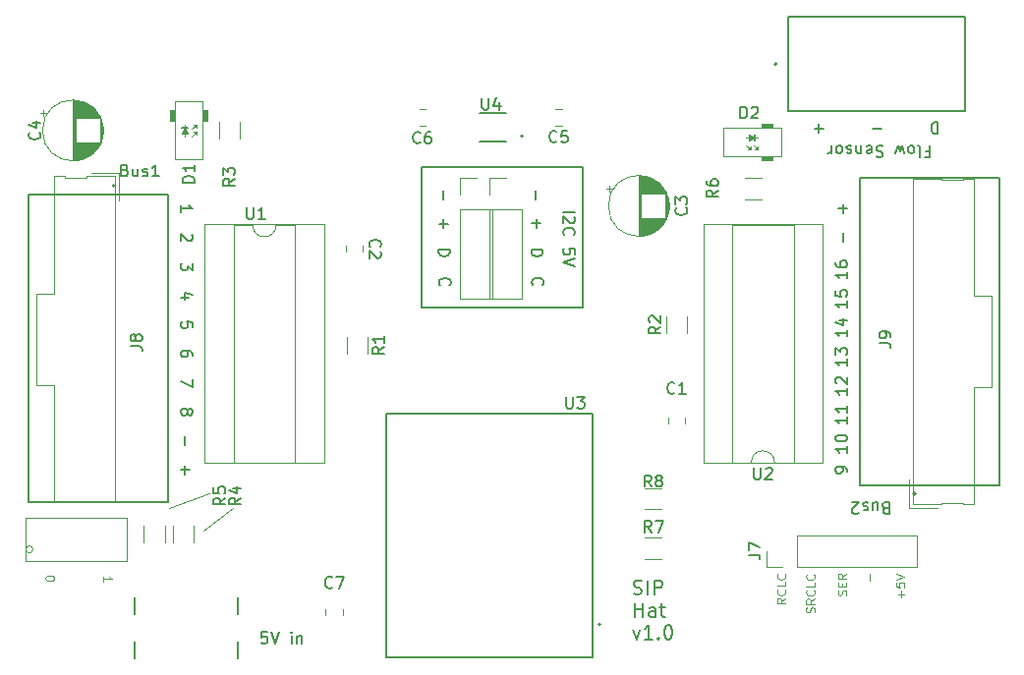
<source format=gbr>
%TF.GenerationSoftware,KiCad,Pcbnew,9.0.6*%
%TF.CreationDate,2025-11-29T13:47:23-05:00*%
%TF.ProjectId,SPI_Hat,5350495f-4861-4742-9e6b-696361645f70,rev?*%
%TF.SameCoordinates,Original*%
%TF.FileFunction,Legend,Top*%
%TF.FilePolarity,Positive*%
%FSLAX46Y46*%
G04 Gerber Fmt 4.6, Leading zero omitted, Abs format (unit mm)*
G04 Created by KiCad (PCBNEW 9.0.6) date 2025-11-29 13:47:23*
%MOMM*%
%LPD*%
G01*
G04 APERTURE LIST*
%ADD10C,0.100000*%
%ADD11C,0.200000*%
%ADD12C,0.150000*%
%ADD13C,0.093750*%
%ADD14C,0.120000*%
%ADD15C,0.127000*%
G04 APERTURE END LIST*
D10*
X112250000Y-116750000D02*
X108750000Y-118000000D01*
D11*
X130525000Y-88680000D02*
X144450000Y-88680000D01*
X144450000Y-100780000D01*
X130525000Y-100780000D01*
X130525000Y-88680000D01*
D10*
X114250000Y-118000000D02*
X111750000Y-120000000D01*
D12*
X109795180Y-92535714D02*
X109795180Y-91964286D01*
X109795180Y-92250000D02*
X110795180Y-92250000D01*
X110795180Y-92250000D02*
X110652323Y-92154762D01*
X110652323Y-92154762D02*
X110557085Y-92059524D01*
X110557085Y-92059524D02*
X110509466Y-91964286D01*
X104988095Y-88931009D02*
X105130952Y-88978628D01*
X105130952Y-88978628D02*
X105178571Y-89026247D01*
X105178571Y-89026247D02*
X105226190Y-89121485D01*
X105226190Y-89121485D02*
X105226190Y-89264342D01*
X105226190Y-89264342D02*
X105178571Y-89359580D01*
X105178571Y-89359580D02*
X105130952Y-89407200D01*
X105130952Y-89407200D02*
X105035714Y-89454819D01*
X105035714Y-89454819D02*
X104654762Y-89454819D01*
X104654762Y-89454819D02*
X104654762Y-88454819D01*
X104654762Y-88454819D02*
X104988095Y-88454819D01*
X104988095Y-88454819D02*
X105083333Y-88502438D01*
X105083333Y-88502438D02*
X105130952Y-88550057D01*
X105130952Y-88550057D02*
X105178571Y-88645295D01*
X105178571Y-88645295D02*
X105178571Y-88740533D01*
X105178571Y-88740533D02*
X105130952Y-88835771D01*
X105130952Y-88835771D02*
X105083333Y-88883390D01*
X105083333Y-88883390D02*
X104988095Y-88931009D01*
X104988095Y-88931009D02*
X104654762Y-88931009D01*
X106083333Y-88788152D02*
X106083333Y-89454819D01*
X105654762Y-88788152D02*
X105654762Y-89311961D01*
X105654762Y-89311961D02*
X105702381Y-89407200D01*
X105702381Y-89407200D02*
X105797619Y-89454819D01*
X105797619Y-89454819D02*
X105940476Y-89454819D01*
X105940476Y-89454819D02*
X106035714Y-89407200D01*
X106035714Y-89407200D02*
X106083333Y-89359580D01*
X106511905Y-89407200D02*
X106607143Y-89454819D01*
X106607143Y-89454819D02*
X106797619Y-89454819D01*
X106797619Y-89454819D02*
X106892857Y-89407200D01*
X106892857Y-89407200D02*
X106940476Y-89311961D01*
X106940476Y-89311961D02*
X106940476Y-89264342D01*
X106940476Y-89264342D02*
X106892857Y-89169104D01*
X106892857Y-89169104D02*
X106797619Y-89121485D01*
X106797619Y-89121485D02*
X106654762Y-89121485D01*
X106654762Y-89121485D02*
X106559524Y-89073866D01*
X106559524Y-89073866D02*
X106511905Y-88978628D01*
X106511905Y-88978628D02*
X106511905Y-88931009D01*
X106511905Y-88931009D02*
X106559524Y-88835771D01*
X106559524Y-88835771D02*
X106654762Y-88788152D01*
X106654762Y-88788152D02*
X106797619Y-88788152D01*
X106797619Y-88788152D02*
X106892857Y-88835771D01*
X107892857Y-89454819D02*
X107321429Y-89454819D01*
X107607143Y-89454819D02*
X107607143Y-88454819D01*
X107607143Y-88454819D02*
X107511905Y-88597676D01*
X107511905Y-88597676D02*
X107416667Y-88692914D01*
X107416667Y-88692914D02*
X107321429Y-88740533D01*
X166823866Y-92630951D02*
X166823866Y-91869047D01*
X167204819Y-92249999D02*
X166442914Y-92249999D01*
X132376133Y-90649048D02*
X132376133Y-91410953D01*
X110176133Y-111869048D02*
X110176133Y-112630953D01*
D13*
X98153339Y-124116894D02*
X98153339Y-124045465D01*
X98153339Y-124045465D02*
X98189053Y-123974037D01*
X98189053Y-123974037D02*
X98224767Y-123938323D01*
X98224767Y-123938323D02*
X98296196Y-123902608D01*
X98296196Y-123902608D02*
X98439053Y-123866894D01*
X98439053Y-123866894D02*
X98617625Y-123866894D01*
X98617625Y-123866894D02*
X98760482Y-123902608D01*
X98760482Y-123902608D02*
X98831910Y-123938323D01*
X98831910Y-123938323D02*
X98867625Y-123974037D01*
X98867625Y-123974037D02*
X98903339Y-124045465D01*
X98903339Y-124045465D02*
X98903339Y-124116894D01*
X98903339Y-124116894D02*
X98867625Y-124188323D01*
X98867625Y-124188323D02*
X98831910Y-124224037D01*
X98831910Y-124224037D02*
X98760482Y-124259751D01*
X98760482Y-124259751D02*
X98617625Y-124295465D01*
X98617625Y-124295465D02*
X98439053Y-124295465D01*
X98439053Y-124295465D02*
X98296196Y-124259751D01*
X98296196Y-124259751D02*
X98224767Y-124224037D01*
X98224767Y-124224037D02*
X98189053Y-124188323D01*
X98189053Y-124188323D02*
X98153339Y-124116894D01*
X103096660Y-124383105D02*
X103096660Y-123954534D01*
X103096660Y-124168819D02*
X103846660Y-124168819D01*
X103846660Y-124168819D02*
X103739517Y-124097391D01*
X103739517Y-124097391D02*
X103668089Y-124025962D01*
X103668089Y-124025962D02*
X103632375Y-123954534D01*
D12*
X132426133Y-93149048D02*
X132426133Y-93910953D01*
X132045180Y-93530000D02*
X132807085Y-93530000D01*
X167204819Y-110190476D02*
X167204819Y-110761904D01*
X167204819Y-110476190D02*
X166204819Y-110476190D01*
X166204819Y-110476190D02*
X166347676Y-110571428D01*
X166347676Y-110571428D02*
X166442914Y-110666666D01*
X166442914Y-110666666D02*
X166490533Y-110761904D01*
X167204819Y-109238095D02*
X167204819Y-109809523D01*
X167204819Y-109523809D02*
X166204819Y-109523809D01*
X166204819Y-109523809D02*
X166347676Y-109619047D01*
X166347676Y-109619047D02*
X166442914Y-109714285D01*
X166442914Y-109714285D02*
X166490533Y-109809523D01*
X167204819Y-114940475D02*
X167204819Y-114749999D01*
X167204819Y-114749999D02*
X167157200Y-114654761D01*
X167157200Y-114654761D02*
X167109580Y-114607142D01*
X167109580Y-114607142D02*
X166966723Y-114511904D01*
X166966723Y-114511904D02*
X166776247Y-114464285D01*
X166776247Y-114464285D02*
X166395295Y-114464285D01*
X166395295Y-114464285D02*
X166300057Y-114511904D01*
X166300057Y-114511904D02*
X166252438Y-114559523D01*
X166252438Y-114559523D02*
X166204819Y-114654761D01*
X166204819Y-114654761D02*
X166204819Y-114845237D01*
X166204819Y-114845237D02*
X166252438Y-114940475D01*
X166252438Y-114940475D02*
X166300057Y-114988094D01*
X166300057Y-114988094D02*
X166395295Y-115035713D01*
X166395295Y-115035713D02*
X166633390Y-115035713D01*
X166633390Y-115035713D02*
X166728628Y-114988094D01*
X166728628Y-114988094D02*
X166776247Y-114940475D01*
X166776247Y-114940475D02*
X166823866Y-114845237D01*
X166823866Y-114845237D02*
X166823866Y-114654761D01*
X166823866Y-114654761D02*
X166776247Y-114559523D01*
X166776247Y-114559523D02*
X166728628Y-114511904D01*
X166728628Y-114511904D02*
X166633390Y-114464285D01*
X110795180Y-106916667D02*
X110795180Y-107583333D01*
X110795180Y-107583333D02*
X109795180Y-107154762D01*
X139995180Y-95768095D02*
X140995180Y-95768095D01*
X140995180Y-95768095D02*
X140995180Y-96006190D01*
X140995180Y-96006190D02*
X140947561Y-96149047D01*
X140947561Y-96149047D02*
X140852323Y-96244285D01*
X140852323Y-96244285D02*
X140757085Y-96291904D01*
X140757085Y-96291904D02*
X140566609Y-96339523D01*
X140566609Y-96339523D02*
X140423752Y-96339523D01*
X140423752Y-96339523D02*
X140233276Y-96291904D01*
X140233276Y-96291904D02*
X140138038Y-96244285D01*
X140138038Y-96244285D02*
X140042800Y-96149047D01*
X140042800Y-96149047D02*
X139995180Y-96006190D01*
X139995180Y-96006190D02*
X139995180Y-95768095D01*
X110795180Y-104940476D02*
X110795180Y-104750000D01*
X110795180Y-104750000D02*
X110747561Y-104654762D01*
X110747561Y-104654762D02*
X110699942Y-104607143D01*
X110699942Y-104607143D02*
X110557085Y-104511905D01*
X110557085Y-104511905D02*
X110366609Y-104464286D01*
X110366609Y-104464286D02*
X109985657Y-104464286D01*
X109985657Y-104464286D02*
X109890419Y-104511905D01*
X109890419Y-104511905D02*
X109842800Y-104559524D01*
X109842800Y-104559524D02*
X109795180Y-104654762D01*
X109795180Y-104654762D02*
X109795180Y-104845238D01*
X109795180Y-104845238D02*
X109842800Y-104940476D01*
X109842800Y-104940476D02*
X109890419Y-104988095D01*
X109890419Y-104988095D02*
X109985657Y-105035714D01*
X109985657Y-105035714D02*
X110223752Y-105035714D01*
X110223752Y-105035714D02*
X110318990Y-104988095D01*
X110318990Y-104988095D02*
X110366609Y-104940476D01*
X110366609Y-104940476D02*
X110414228Y-104845238D01*
X110414228Y-104845238D02*
X110414228Y-104654762D01*
X110414228Y-104654762D02*
X110366609Y-104559524D01*
X110366609Y-104559524D02*
X110318990Y-104511905D01*
X110318990Y-104511905D02*
X110223752Y-104464286D01*
X175011904Y-84795180D02*
X175011904Y-85795180D01*
X175011904Y-85795180D02*
X174773809Y-85795180D01*
X174773809Y-85795180D02*
X174630952Y-85747561D01*
X174630952Y-85747561D02*
X174535714Y-85652323D01*
X174535714Y-85652323D02*
X174488095Y-85557085D01*
X174488095Y-85557085D02*
X174440476Y-85366609D01*
X174440476Y-85366609D02*
X174440476Y-85223752D01*
X174440476Y-85223752D02*
X174488095Y-85033276D01*
X174488095Y-85033276D02*
X174535714Y-84938038D01*
X174535714Y-84938038D02*
X174630952Y-84842800D01*
X174630952Y-84842800D02*
X174773809Y-84795180D01*
X174773809Y-84795180D02*
X175011904Y-84795180D01*
X164369048Y-85323866D02*
X165130953Y-85323866D01*
X164750000Y-85704819D02*
X164750000Y-84942914D01*
X110699942Y-94464286D02*
X110747561Y-94511905D01*
X110747561Y-94511905D02*
X110795180Y-94607143D01*
X110795180Y-94607143D02*
X110795180Y-94845238D01*
X110795180Y-94845238D02*
X110747561Y-94940476D01*
X110747561Y-94940476D02*
X110699942Y-94988095D01*
X110699942Y-94988095D02*
X110604704Y-95035714D01*
X110604704Y-95035714D02*
X110509466Y-95035714D01*
X110509466Y-95035714D02*
X110366609Y-94988095D01*
X110366609Y-94988095D02*
X109795180Y-94416667D01*
X109795180Y-94416667D02*
X109795180Y-95035714D01*
D13*
X161903339Y-125831180D02*
X161546196Y-126081180D01*
X161903339Y-126259751D02*
X161153339Y-126259751D01*
X161153339Y-126259751D02*
X161153339Y-125974037D01*
X161153339Y-125974037D02*
X161189053Y-125902608D01*
X161189053Y-125902608D02*
X161224767Y-125866894D01*
X161224767Y-125866894D02*
X161296196Y-125831180D01*
X161296196Y-125831180D02*
X161403339Y-125831180D01*
X161403339Y-125831180D02*
X161474767Y-125866894D01*
X161474767Y-125866894D02*
X161510482Y-125902608D01*
X161510482Y-125902608D02*
X161546196Y-125974037D01*
X161546196Y-125974037D02*
X161546196Y-126259751D01*
X161831910Y-125081180D02*
X161867625Y-125116894D01*
X161867625Y-125116894D02*
X161903339Y-125224037D01*
X161903339Y-125224037D02*
X161903339Y-125295465D01*
X161903339Y-125295465D02*
X161867625Y-125402608D01*
X161867625Y-125402608D02*
X161796196Y-125474037D01*
X161796196Y-125474037D02*
X161724767Y-125509751D01*
X161724767Y-125509751D02*
X161581910Y-125545465D01*
X161581910Y-125545465D02*
X161474767Y-125545465D01*
X161474767Y-125545465D02*
X161331910Y-125509751D01*
X161331910Y-125509751D02*
X161260482Y-125474037D01*
X161260482Y-125474037D02*
X161189053Y-125402608D01*
X161189053Y-125402608D02*
X161153339Y-125295465D01*
X161153339Y-125295465D02*
X161153339Y-125224037D01*
X161153339Y-125224037D02*
X161189053Y-125116894D01*
X161189053Y-125116894D02*
X161224767Y-125081180D01*
X161903339Y-124402608D02*
X161903339Y-124759751D01*
X161903339Y-124759751D02*
X161153339Y-124759751D01*
X161831910Y-123724037D02*
X161867625Y-123759751D01*
X161867625Y-123759751D02*
X161903339Y-123866894D01*
X161903339Y-123866894D02*
X161903339Y-123938322D01*
X161903339Y-123938322D02*
X161867625Y-124045465D01*
X161867625Y-124045465D02*
X161796196Y-124116894D01*
X161796196Y-124116894D02*
X161724767Y-124152608D01*
X161724767Y-124152608D02*
X161581910Y-124188322D01*
X161581910Y-124188322D02*
X161474767Y-124188322D01*
X161474767Y-124188322D02*
X161331910Y-124152608D01*
X161331910Y-124152608D02*
X161260482Y-124116894D01*
X161260482Y-124116894D02*
X161189053Y-124045465D01*
X161189053Y-124045465D02*
X161153339Y-123938322D01*
X161153339Y-123938322D02*
X161153339Y-123866894D01*
X161153339Y-123866894D02*
X161189053Y-123759751D01*
X161189053Y-123759751D02*
X161224767Y-123724037D01*
D12*
X167204819Y-97690476D02*
X167204819Y-98261904D01*
X167204819Y-97976190D02*
X166204819Y-97976190D01*
X166204819Y-97976190D02*
X166347676Y-98071428D01*
X166347676Y-98071428D02*
X166442914Y-98166666D01*
X166442914Y-98166666D02*
X166490533Y-98261904D01*
X166204819Y-96833333D02*
X166204819Y-97023809D01*
X166204819Y-97023809D02*
X166252438Y-97119047D01*
X166252438Y-97119047D02*
X166300057Y-97166666D01*
X166300057Y-97166666D02*
X166442914Y-97261904D01*
X166442914Y-97261904D02*
X166633390Y-97309523D01*
X166633390Y-97309523D02*
X167014342Y-97309523D01*
X167014342Y-97309523D02*
X167109580Y-97261904D01*
X167109580Y-97261904D02*
X167157200Y-97214285D01*
X167157200Y-97214285D02*
X167204819Y-97119047D01*
X167204819Y-97119047D02*
X167204819Y-96928571D01*
X167204819Y-96928571D02*
X167157200Y-96833333D01*
X167157200Y-96833333D02*
X167109580Y-96785714D01*
X167109580Y-96785714D02*
X167014342Y-96738095D01*
X167014342Y-96738095D02*
X166776247Y-96738095D01*
X166776247Y-96738095D02*
X166681009Y-96785714D01*
X166681009Y-96785714D02*
X166633390Y-96833333D01*
X166633390Y-96833333D02*
X166585771Y-96928571D01*
X166585771Y-96928571D02*
X166585771Y-97119047D01*
X166585771Y-97119047D02*
X166633390Y-97214285D01*
X166633390Y-97214285D02*
X166681009Y-97261904D01*
X166681009Y-97261904D02*
X166776247Y-97309523D01*
X140426133Y-93119048D02*
X140426133Y-93880953D01*
X140045180Y-93500000D02*
X140807085Y-93500000D01*
X110795180Y-102488095D02*
X110795180Y-102011905D01*
X110795180Y-102011905D02*
X110318990Y-101964286D01*
X110318990Y-101964286D02*
X110366609Y-102011905D01*
X110366609Y-102011905D02*
X110414228Y-102107143D01*
X110414228Y-102107143D02*
X110414228Y-102345238D01*
X110414228Y-102345238D02*
X110366609Y-102440476D01*
X110366609Y-102440476D02*
X110318990Y-102488095D01*
X110318990Y-102488095D02*
X110223752Y-102535714D01*
X110223752Y-102535714D02*
X109985657Y-102535714D01*
X109985657Y-102535714D02*
X109890419Y-102488095D01*
X109890419Y-102488095D02*
X109842800Y-102440476D01*
X109842800Y-102440476D02*
X109795180Y-102345238D01*
X109795180Y-102345238D02*
X109795180Y-102107143D01*
X109795180Y-102107143D02*
X109842800Y-102011905D01*
X109842800Y-102011905D02*
X109890419Y-101964286D01*
X110366609Y-109654762D02*
X110414228Y-109559524D01*
X110414228Y-109559524D02*
X110461847Y-109511905D01*
X110461847Y-109511905D02*
X110557085Y-109464286D01*
X110557085Y-109464286D02*
X110604704Y-109464286D01*
X110604704Y-109464286D02*
X110699942Y-109511905D01*
X110699942Y-109511905D02*
X110747561Y-109559524D01*
X110747561Y-109559524D02*
X110795180Y-109654762D01*
X110795180Y-109654762D02*
X110795180Y-109845238D01*
X110795180Y-109845238D02*
X110747561Y-109940476D01*
X110747561Y-109940476D02*
X110699942Y-109988095D01*
X110699942Y-109988095D02*
X110604704Y-110035714D01*
X110604704Y-110035714D02*
X110557085Y-110035714D01*
X110557085Y-110035714D02*
X110461847Y-109988095D01*
X110461847Y-109988095D02*
X110414228Y-109940476D01*
X110414228Y-109940476D02*
X110366609Y-109845238D01*
X110366609Y-109845238D02*
X110366609Y-109654762D01*
X110366609Y-109654762D02*
X110318990Y-109559524D01*
X110318990Y-109559524D02*
X110271371Y-109511905D01*
X110271371Y-109511905D02*
X110176133Y-109464286D01*
X110176133Y-109464286D02*
X109985657Y-109464286D01*
X109985657Y-109464286D02*
X109890419Y-109511905D01*
X109890419Y-109511905D02*
X109842800Y-109559524D01*
X109842800Y-109559524D02*
X109795180Y-109654762D01*
X109795180Y-109654762D02*
X109795180Y-109845238D01*
X109795180Y-109845238D02*
X109842800Y-109940476D01*
X109842800Y-109940476D02*
X109890419Y-109988095D01*
X109890419Y-109988095D02*
X109985657Y-110035714D01*
X109985657Y-110035714D02*
X110176133Y-110035714D01*
X110176133Y-110035714D02*
X110271371Y-109988095D01*
X110271371Y-109988095D02*
X110318990Y-109940476D01*
X110318990Y-109940476D02*
X110366609Y-109845238D01*
X167204819Y-102690476D02*
X167204819Y-103261904D01*
X167204819Y-102976190D02*
X166204819Y-102976190D01*
X166204819Y-102976190D02*
X166347676Y-103071428D01*
X166347676Y-103071428D02*
X166442914Y-103166666D01*
X166442914Y-103166666D02*
X166490533Y-103261904D01*
X166538152Y-101833333D02*
X167204819Y-101833333D01*
X166157200Y-102071428D02*
X166871485Y-102309523D01*
X166871485Y-102309523D02*
X166871485Y-101690476D01*
X117238095Y-128704819D02*
X116761905Y-128704819D01*
X116761905Y-128704819D02*
X116714286Y-129181009D01*
X116714286Y-129181009D02*
X116761905Y-129133390D01*
X116761905Y-129133390D02*
X116857143Y-129085771D01*
X116857143Y-129085771D02*
X117095238Y-129085771D01*
X117095238Y-129085771D02*
X117190476Y-129133390D01*
X117190476Y-129133390D02*
X117238095Y-129181009D01*
X117238095Y-129181009D02*
X117285714Y-129276247D01*
X117285714Y-129276247D02*
X117285714Y-129514342D01*
X117285714Y-129514342D02*
X117238095Y-129609580D01*
X117238095Y-129609580D02*
X117190476Y-129657200D01*
X117190476Y-129657200D02*
X117095238Y-129704819D01*
X117095238Y-129704819D02*
X116857143Y-129704819D01*
X116857143Y-129704819D02*
X116761905Y-129657200D01*
X116761905Y-129657200D02*
X116714286Y-129609580D01*
X117571429Y-128704819D02*
X117904762Y-129704819D01*
X117904762Y-129704819D02*
X118238095Y-128704819D01*
X119333334Y-129704819D02*
X119333334Y-129038152D01*
X119333334Y-128704819D02*
X119285715Y-128752438D01*
X119285715Y-128752438D02*
X119333334Y-128800057D01*
X119333334Y-128800057D02*
X119380953Y-128752438D01*
X119380953Y-128752438D02*
X119333334Y-128704819D01*
X119333334Y-128704819D02*
X119333334Y-128800057D01*
X119809524Y-129038152D02*
X119809524Y-129704819D01*
X119809524Y-129133390D02*
X119857143Y-129085771D01*
X119857143Y-129085771D02*
X119952381Y-129038152D01*
X119952381Y-129038152D02*
X120095238Y-129038152D01*
X120095238Y-129038152D02*
X120190476Y-129085771D01*
X120190476Y-129085771D02*
X120238095Y-129181009D01*
X120238095Y-129181009D02*
X120238095Y-129704819D01*
D13*
X167117625Y-125545465D02*
X167153339Y-125438323D01*
X167153339Y-125438323D02*
X167153339Y-125259751D01*
X167153339Y-125259751D02*
X167117625Y-125188323D01*
X167117625Y-125188323D02*
X167081910Y-125152608D01*
X167081910Y-125152608D02*
X167010482Y-125116894D01*
X167010482Y-125116894D02*
X166939053Y-125116894D01*
X166939053Y-125116894D02*
X166867625Y-125152608D01*
X166867625Y-125152608D02*
X166831910Y-125188323D01*
X166831910Y-125188323D02*
X166796196Y-125259751D01*
X166796196Y-125259751D02*
X166760482Y-125402608D01*
X166760482Y-125402608D02*
X166724767Y-125474037D01*
X166724767Y-125474037D02*
X166689053Y-125509751D01*
X166689053Y-125509751D02*
X166617625Y-125545465D01*
X166617625Y-125545465D02*
X166546196Y-125545465D01*
X166546196Y-125545465D02*
X166474767Y-125509751D01*
X166474767Y-125509751D02*
X166439053Y-125474037D01*
X166439053Y-125474037D02*
X166403339Y-125402608D01*
X166403339Y-125402608D02*
X166403339Y-125224037D01*
X166403339Y-125224037D02*
X166439053Y-125116894D01*
X166760482Y-124795465D02*
X166760482Y-124545465D01*
X167153339Y-124438322D02*
X167153339Y-124795465D01*
X167153339Y-124795465D02*
X166403339Y-124795465D01*
X166403339Y-124795465D02*
X166403339Y-124438322D01*
X167153339Y-123688323D02*
X166796196Y-123938323D01*
X167153339Y-124116894D02*
X166403339Y-124116894D01*
X166403339Y-124116894D02*
X166403339Y-123831180D01*
X166403339Y-123831180D02*
X166439053Y-123759751D01*
X166439053Y-123759751D02*
X166474767Y-123724037D01*
X166474767Y-123724037D02*
X166546196Y-123688323D01*
X166546196Y-123688323D02*
X166653339Y-123688323D01*
X166653339Y-123688323D02*
X166724767Y-123724037D01*
X166724767Y-123724037D02*
X166760482Y-123759751D01*
X166760482Y-123759751D02*
X166796196Y-123831180D01*
X166796196Y-123831180D02*
X166796196Y-124116894D01*
X164367625Y-127045465D02*
X164403339Y-126938323D01*
X164403339Y-126938323D02*
X164403339Y-126759751D01*
X164403339Y-126759751D02*
X164367625Y-126688323D01*
X164367625Y-126688323D02*
X164331910Y-126652608D01*
X164331910Y-126652608D02*
X164260482Y-126616894D01*
X164260482Y-126616894D02*
X164189053Y-126616894D01*
X164189053Y-126616894D02*
X164117625Y-126652608D01*
X164117625Y-126652608D02*
X164081910Y-126688323D01*
X164081910Y-126688323D02*
X164046196Y-126759751D01*
X164046196Y-126759751D02*
X164010482Y-126902608D01*
X164010482Y-126902608D02*
X163974767Y-126974037D01*
X163974767Y-126974037D02*
X163939053Y-127009751D01*
X163939053Y-127009751D02*
X163867625Y-127045465D01*
X163867625Y-127045465D02*
X163796196Y-127045465D01*
X163796196Y-127045465D02*
X163724767Y-127009751D01*
X163724767Y-127009751D02*
X163689053Y-126974037D01*
X163689053Y-126974037D02*
X163653339Y-126902608D01*
X163653339Y-126902608D02*
X163653339Y-126724037D01*
X163653339Y-126724037D02*
X163689053Y-126616894D01*
X164403339Y-125866894D02*
X164046196Y-126116894D01*
X164403339Y-126295465D02*
X163653339Y-126295465D01*
X163653339Y-126295465D02*
X163653339Y-126009751D01*
X163653339Y-126009751D02*
X163689053Y-125938322D01*
X163689053Y-125938322D02*
X163724767Y-125902608D01*
X163724767Y-125902608D02*
X163796196Y-125866894D01*
X163796196Y-125866894D02*
X163903339Y-125866894D01*
X163903339Y-125866894D02*
X163974767Y-125902608D01*
X163974767Y-125902608D02*
X164010482Y-125938322D01*
X164010482Y-125938322D02*
X164046196Y-126009751D01*
X164046196Y-126009751D02*
X164046196Y-126295465D01*
X164331910Y-125116894D02*
X164367625Y-125152608D01*
X164367625Y-125152608D02*
X164403339Y-125259751D01*
X164403339Y-125259751D02*
X164403339Y-125331179D01*
X164403339Y-125331179D02*
X164367625Y-125438322D01*
X164367625Y-125438322D02*
X164296196Y-125509751D01*
X164296196Y-125509751D02*
X164224767Y-125545465D01*
X164224767Y-125545465D02*
X164081910Y-125581179D01*
X164081910Y-125581179D02*
X163974767Y-125581179D01*
X163974767Y-125581179D02*
X163831910Y-125545465D01*
X163831910Y-125545465D02*
X163760482Y-125509751D01*
X163760482Y-125509751D02*
X163689053Y-125438322D01*
X163689053Y-125438322D02*
X163653339Y-125331179D01*
X163653339Y-125331179D02*
X163653339Y-125259751D01*
X163653339Y-125259751D02*
X163689053Y-125152608D01*
X163689053Y-125152608D02*
X163724767Y-125116894D01*
X164403339Y-124438322D02*
X164403339Y-124795465D01*
X164403339Y-124795465D02*
X163653339Y-124795465D01*
X164331910Y-123759751D02*
X164367625Y-123795465D01*
X164367625Y-123795465D02*
X164403339Y-123902608D01*
X164403339Y-123902608D02*
X164403339Y-123974036D01*
X164403339Y-123974036D02*
X164367625Y-124081179D01*
X164367625Y-124081179D02*
X164296196Y-124152608D01*
X164296196Y-124152608D02*
X164224767Y-124188322D01*
X164224767Y-124188322D02*
X164081910Y-124224036D01*
X164081910Y-124224036D02*
X163974767Y-124224036D01*
X163974767Y-124224036D02*
X163831910Y-124188322D01*
X163831910Y-124188322D02*
X163760482Y-124152608D01*
X163760482Y-124152608D02*
X163689053Y-124081179D01*
X163689053Y-124081179D02*
X163653339Y-123974036D01*
X163653339Y-123974036D02*
X163653339Y-123902608D01*
X163653339Y-123902608D02*
X163689053Y-123795465D01*
X163689053Y-123795465D02*
X163724767Y-123759751D01*
D12*
X140140419Y-98809523D02*
X140092800Y-98761904D01*
X140092800Y-98761904D02*
X140045180Y-98619047D01*
X140045180Y-98619047D02*
X140045180Y-98523809D01*
X140045180Y-98523809D02*
X140092800Y-98380952D01*
X140092800Y-98380952D02*
X140188038Y-98285714D01*
X140188038Y-98285714D02*
X140283276Y-98238095D01*
X140283276Y-98238095D02*
X140473752Y-98190476D01*
X140473752Y-98190476D02*
X140616609Y-98190476D01*
X140616609Y-98190476D02*
X140807085Y-98238095D01*
X140807085Y-98238095D02*
X140902323Y-98285714D01*
X140902323Y-98285714D02*
X140997561Y-98380952D01*
X140997561Y-98380952D02*
X141045180Y-98523809D01*
X141045180Y-98523809D02*
X141045180Y-98619047D01*
X141045180Y-98619047D02*
X140997561Y-98761904D01*
X140997561Y-98761904D02*
X140949942Y-98809523D01*
X110461847Y-99940476D02*
X109795180Y-99940476D01*
X110842800Y-99702381D02*
X110128514Y-99464286D01*
X110128514Y-99464286D02*
X110128514Y-100083333D01*
X170511904Y-118068990D02*
X170369047Y-118021371D01*
X170369047Y-118021371D02*
X170321428Y-117973752D01*
X170321428Y-117973752D02*
X170273809Y-117878514D01*
X170273809Y-117878514D02*
X170273809Y-117735657D01*
X170273809Y-117735657D02*
X170321428Y-117640419D01*
X170321428Y-117640419D02*
X170369047Y-117592800D01*
X170369047Y-117592800D02*
X170464285Y-117545180D01*
X170464285Y-117545180D02*
X170845237Y-117545180D01*
X170845237Y-117545180D02*
X170845237Y-118545180D01*
X170845237Y-118545180D02*
X170511904Y-118545180D01*
X170511904Y-118545180D02*
X170416666Y-118497561D01*
X170416666Y-118497561D02*
X170369047Y-118449942D01*
X170369047Y-118449942D02*
X170321428Y-118354704D01*
X170321428Y-118354704D02*
X170321428Y-118259466D01*
X170321428Y-118259466D02*
X170369047Y-118164228D01*
X170369047Y-118164228D02*
X170416666Y-118116609D01*
X170416666Y-118116609D02*
X170511904Y-118068990D01*
X170511904Y-118068990D02*
X170845237Y-118068990D01*
X169416666Y-118211847D02*
X169416666Y-117545180D01*
X169845237Y-118211847D02*
X169845237Y-117688038D01*
X169845237Y-117688038D02*
X169797618Y-117592800D01*
X169797618Y-117592800D02*
X169702380Y-117545180D01*
X169702380Y-117545180D02*
X169559523Y-117545180D01*
X169559523Y-117545180D02*
X169464285Y-117592800D01*
X169464285Y-117592800D02*
X169416666Y-117640419D01*
X168988094Y-117592800D02*
X168892856Y-117545180D01*
X168892856Y-117545180D02*
X168702380Y-117545180D01*
X168702380Y-117545180D02*
X168607142Y-117592800D01*
X168607142Y-117592800D02*
X168559523Y-117688038D01*
X168559523Y-117688038D02*
X168559523Y-117735657D01*
X168559523Y-117735657D02*
X168607142Y-117830895D01*
X168607142Y-117830895D02*
X168702380Y-117878514D01*
X168702380Y-117878514D02*
X168845237Y-117878514D01*
X168845237Y-117878514D02*
X168940475Y-117926133D01*
X168940475Y-117926133D02*
X168988094Y-118021371D01*
X168988094Y-118021371D02*
X168988094Y-118068990D01*
X168988094Y-118068990D02*
X168940475Y-118164228D01*
X168940475Y-118164228D02*
X168845237Y-118211847D01*
X168845237Y-118211847D02*
X168702380Y-118211847D01*
X168702380Y-118211847D02*
X168607142Y-118164228D01*
X168178570Y-118449942D02*
X168130951Y-118497561D01*
X168130951Y-118497561D02*
X168035713Y-118545180D01*
X168035713Y-118545180D02*
X167797618Y-118545180D01*
X167797618Y-118545180D02*
X167702380Y-118497561D01*
X167702380Y-118497561D02*
X167654761Y-118449942D01*
X167654761Y-118449942D02*
X167607142Y-118354704D01*
X167607142Y-118354704D02*
X167607142Y-118259466D01*
X167607142Y-118259466D02*
X167654761Y-118116609D01*
X167654761Y-118116609D02*
X168226189Y-117545180D01*
X168226189Y-117545180D02*
X167607142Y-117545180D01*
X148827255Y-125424334D02*
X148998684Y-125481476D01*
X148998684Y-125481476D02*
X149284398Y-125481476D01*
X149284398Y-125481476D02*
X149398684Y-125424334D01*
X149398684Y-125424334D02*
X149455826Y-125367191D01*
X149455826Y-125367191D02*
X149512969Y-125252905D01*
X149512969Y-125252905D02*
X149512969Y-125138619D01*
X149512969Y-125138619D02*
X149455826Y-125024334D01*
X149455826Y-125024334D02*
X149398684Y-124967191D01*
X149398684Y-124967191D02*
X149284398Y-124910048D01*
X149284398Y-124910048D02*
X149055826Y-124852905D01*
X149055826Y-124852905D02*
X148941541Y-124795762D01*
X148941541Y-124795762D02*
X148884398Y-124738619D01*
X148884398Y-124738619D02*
X148827255Y-124624334D01*
X148827255Y-124624334D02*
X148827255Y-124510048D01*
X148827255Y-124510048D02*
X148884398Y-124395762D01*
X148884398Y-124395762D02*
X148941541Y-124338619D01*
X148941541Y-124338619D02*
X149055826Y-124281476D01*
X149055826Y-124281476D02*
X149341541Y-124281476D01*
X149341541Y-124281476D02*
X149512969Y-124338619D01*
X150027255Y-125481476D02*
X150027255Y-124281476D01*
X150598684Y-125481476D02*
X150598684Y-124281476D01*
X150598684Y-124281476D02*
X151055827Y-124281476D01*
X151055827Y-124281476D02*
X151170112Y-124338619D01*
X151170112Y-124338619D02*
X151227255Y-124395762D01*
X151227255Y-124395762D02*
X151284398Y-124510048D01*
X151284398Y-124510048D02*
X151284398Y-124681476D01*
X151284398Y-124681476D02*
X151227255Y-124795762D01*
X151227255Y-124795762D02*
X151170112Y-124852905D01*
X151170112Y-124852905D02*
X151055827Y-124910048D01*
X151055827Y-124910048D02*
X150598684Y-124910048D01*
X148884398Y-127413409D02*
X148884398Y-126213409D01*
X148884398Y-126784838D02*
X149570112Y-126784838D01*
X149570112Y-127413409D02*
X149570112Y-126213409D01*
X150655827Y-127413409D02*
X150655827Y-126784838D01*
X150655827Y-126784838D02*
X150598684Y-126670552D01*
X150598684Y-126670552D02*
X150484398Y-126613409D01*
X150484398Y-126613409D02*
X150255827Y-126613409D01*
X150255827Y-126613409D02*
X150141541Y-126670552D01*
X150655827Y-127356267D02*
X150541541Y-127413409D01*
X150541541Y-127413409D02*
X150255827Y-127413409D01*
X150255827Y-127413409D02*
X150141541Y-127356267D01*
X150141541Y-127356267D02*
X150084398Y-127241981D01*
X150084398Y-127241981D02*
X150084398Y-127127695D01*
X150084398Y-127127695D02*
X150141541Y-127013409D01*
X150141541Y-127013409D02*
X150255827Y-126956267D01*
X150255827Y-126956267D02*
X150541541Y-126956267D01*
X150541541Y-126956267D02*
X150655827Y-126899124D01*
X151055826Y-126613409D02*
X151512969Y-126613409D01*
X151227255Y-126213409D02*
X151227255Y-127241981D01*
X151227255Y-127241981D02*
X151284398Y-127356267D01*
X151284398Y-127356267D02*
X151398683Y-127413409D01*
X151398683Y-127413409D02*
X151512969Y-127413409D01*
X148770112Y-128545342D02*
X149055826Y-129345342D01*
X149055826Y-129345342D02*
X149341541Y-128545342D01*
X150427255Y-129345342D02*
X149741541Y-129345342D01*
X150084398Y-129345342D02*
X150084398Y-128145342D01*
X150084398Y-128145342D02*
X149970112Y-128316771D01*
X149970112Y-128316771D02*
X149855827Y-128431057D01*
X149855827Y-128431057D02*
X149741541Y-128488200D01*
X150941541Y-129231057D02*
X150998684Y-129288200D01*
X150998684Y-129288200D02*
X150941541Y-129345342D01*
X150941541Y-129345342D02*
X150884398Y-129288200D01*
X150884398Y-129288200D02*
X150941541Y-129231057D01*
X150941541Y-129231057D02*
X150941541Y-129345342D01*
X151741541Y-128145342D02*
X151855827Y-128145342D01*
X151855827Y-128145342D02*
X151970113Y-128202485D01*
X151970113Y-128202485D02*
X152027256Y-128259628D01*
X152027256Y-128259628D02*
X152084398Y-128373914D01*
X152084398Y-128373914D02*
X152141541Y-128602485D01*
X152141541Y-128602485D02*
X152141541Y-128888200D01*
X152141541Y-128888200D02*
X152084398Y-129116771D01*
X152084398Y-129116771D02*
X152027256Y-129231057D01*
X152027256Y-129231057D02*
X151970113Y-129288200D01*
X151970113Y-129288200D02*
X151855827Y-129345342D01*
X151855827Y-129345342D02*
X151741541Y-129345342D01*
X151741541Y-129345342D02*
X151627256Y-129288200D01*
X151627256Y-129288200D02*
X151570113Y-129231057D01*
X151570113Y-129231057D02*
X151512970Y-129116771D01*
X151512970Y-129116771D02*
X151455827Y-128888200D01*
X151455827Y-128888200D02*
X151455827Y-128602485D01*
X151455827Y-128602485D02*
X151512970Y-128373914D01*
X151512970Y-128373914D02*
X151570113Y-128259628D01*
X151570113Y-128259628D02*
X151627256Y-128202485D01*
X151627256Y-128202485D02*
X151741541Y-128145342D01*
X167204819Y-107690476D02*
X167204819Y-108261904D01*
X167204819Y-107976190D02*
X166204819Y-107976190D01*
X166204819Y-107976190D02*
X166347676Y-108071428D01*
X166347676Y-108071428D02*
X166442914Y-108166666D01*
X166442914Y-108166666D02*
X166490533Y-108261904D01*
X166300057Y-107309523D02*
X166252438Y-107261904D01*
X166252438Y-107261904D02*
X166204819Y-107166666D01*
X166204819Y-107166666D02*
X166204819Y-106928571D01*
X166204819Y-106928571D02*
X166252438Y-106833333D01*
X166252438Y-106833333D02*
X166300057Y-106785714D01*
X166300057Y-106785714D02*
X166395295Y-106738095D01*
X166395295Y-106738095D02*
X166490533Y-106738095D01*
X166490533Y-106738095D02*
X166633390Y-106785714D01*
X166633390Y-106785714D02*
X167204819Y-107357142D01*
X167204819Y-107357142D02*
X167204819Y-106738095D01*
X140376133Y-90649048D02*
X140376133Y-91410953D01*
X132140419Y-98839523D02*
X132092800Y-98791904D01*
X132092800Y-98791904D02*
X132045180Y-98649047D01*
X132045180Y-98649047D02*
X132045180Y-98553809D01*
X132045180Y-98553809D02*
X132092800Y-98410952D01*
X132092800Y-98410952D02*
X132188038Y-98315714D01*
X132188038Y-98315714D02*
X132283276Y-98268095D01*
X132283276Y-98268095D02*
X132473752Y-98220476D01*
X132473752Y-98220476D02*
X132616609Y-98220476D01*
X132616609Y-98220476D02*
X132807085Y-98268095D01*
X132807085Y-98268095D02*
X132902323Y-98315714D01*
X132902323Y-98315714D02*
X132997561Y-98410952D01*
X132997561Y-98410952D02*
X133045180Y-98553809D01*
X133045180Y-98553809D02*
X133045180Y-98649047D01*
X133045180Y-98649047D02*
X132997561Y-98791904D01*
X132997561Y-98791904D02*
X132949942Y-98839523D01*
X166823866Y-95130951D02*
X166823866Y-94369047D01*
D13*
X169117625Y-124259751D02*
X169117625Y-123688323D01*
D12*
X142745180Y-92518095D02*
X143745180Y-92518095D01*
X143649942Y-92946666D02*
X143697561Y-92994285D01*
X143697561Y-92994285D02*
X143745180Y-93089523D01*
X143745180Y-93089523D02*
X143745180Y-93327618D01*
X143745180Y-93327618D02*
X143697561Y-93422856D01*
X143697561Y-93422856D02*
X143649942Y-93470475D01*
X143649942Y-93470475D02*
X143554704Y-93518094D01*
X143554704Y-93518094D02*
X143459466Y-93518094D01*
X143459466Y-93518094D02*
X143316609Y-93470475D01*
X143316609Y-93470475D02*
X142745180Y-92899047D01*
X142745180Y-92899047D02*
X142745180Y-93518094D01*
X142840419Y-94518094D02*
X142792800Y-94470475D01*
X142792800Y-94470475D02*
X142745180Y-94327618D01*
X142745180Y-94327618D02*
X142745180Y-94232380D01*
X142745180Y-94232380D02*
X142792800Y-94089523D01*
X142792800Y-94089523D02*
X142888038Y-93994285D01*
X142888038Y-93994285D02*
X142983276Y-93946666D01*
X142983276Y-93946666D02*
X143173752Y-93899047D01*
X143173752Y-93899047D02*
X143316609Y-93899047D01*
X143316609Y-93899047D02*
X143507085Y-93946666D01*
X143507085Y-93946666D02*
X143602323Y-93994285D01*
X143602323Y-93994285D02*
X143697561Y-94089523D01*
X143697561Y-94089523D02*
X143745180Y-94232380D01*
X143745180Y-94232380D02*
X143745180Y-94327618D01*
X143745180Y-94327618D02*
X143697561Y-94470475D01*
X143697561Y-94470475D02*
X143649942Y-94518094D01*
X143745180Y-96184761D02*
X143745180Y-95708571D01*
X143745180Y-95708571D02*
X143268990Y-95660952D01*
X143268990Y-95660952D02*
X143316609Y-95708571D01*
X143316609Y-95708571D02*
X143364228Y-95803809D01*
X143364228Y-95803809D02*
X143364228Y-96041904D01*
X143364228Y-96041904D02*
X143316609Y-96137142D01*
X143316609Y-96137142D02*
X143268990Y-96184761D01*
X143268990Y-96184761D02*
X143173752Y-96232380D01*
X143173752Y-96232380D02*
X142935657Y-96232380D01*
X142935657Y-96232380D02*
X142840419Y-96184761D01*
X142840419Y-96184761D02*
X142792800Y-96137142D01*
X142792800Y-96137142D02*
X142745180Y-96041904D01*
X142745180Y-96041904D02*
X142745180Y-95803809D01*
X142745180Y-95803809D02*
X142792800Y-95708571D01*
X142792800Y-95708571D02*
X142840419Y-95660952D01*
X143745180Y-96518095D02*
X142745180Y-96851428D01*
X142745180Y-96851428D02*
X143745180Y-97184761D01*
X167204819Y-100190476D02*
X167204819Y-100761904D01*
X167204819Y-100476190D02*
X166204819Y-100476190D01*
X166204819Y-100476190D02*
X166347676Y-100571428D01*
X166347676Y-100571428D02*
X166442914Y-100666666D01*
X166442914Y-100666666D02*
X166490533Y-100761904D01*
X166204819Y-99285714D02*
X166204819Y-99761904D01*
X166204819Y-99761904D02*
X166681009Y-99809523D01*
X166681009Y-99809523D02*
X166633390Y-99761904D01*
X166633390Y-99761904D02*
X166585771Y-99666666D01*
X166585771Y-99666666D02*
X166585771Y-99428571D01*
X166585771Y-99428571D02*
X166633390Y-99333333D01*
X166633390Y-99333333D02*
X166681009Y-99285714D01*
X166681009Y-99285714D02*
X166776247Y-99238095D01*
X166776247Y-99238095D02*
X167014342Y-99238095D01*
X167014342Y-99238095D02*
X167109580Y-99285714D01*
X167109580Y-99285714D02*
X167157200Y-99333333D01*
X167157200Y-99333333D02*
X167204819Y-99428571D01*
X167204819Y-99428571D02*
X167204819Y-99666666D01*
X167204819Y-99666666D02*
X167157200Y-99761904D01*
X167157200Y-99761904D02*
X167109580Y-99809523D01*
X167204819Y-112690476D02*
X167204819Y-113261904D01*
X167204819Y-112976190D02*
X166204819Y-112976190D01*
X166204819Y-112976190D02*
X166347676Y-113071428D01*
X166347676Y-113071428D02*
X166442914Y-113166666D01*
X166442914Y-113166666D02*
X166490533Y-113261904D01*
X166204819Y-112071428D02*
X166204819Y-111976190D01*
X166204819Y-111976190D02*
X166252438Y-111880952D01*
X166252438Y-111880952D02*
X166300057Y-111833333D01*
X166300057Y-111833333D02*
X166395295Y-111785714D01*
X166395295Y-111785714D02*
X166585771Y-111738095D01*
X166585771Y-111738095D02*
X166823866Y-111738095D01*
X166823866Y-111738095D02*
X167014342Y-111785714D01*
X167014342Y-111785714D02*
X167109580Y-111833333D01*
X167109580Y-111833333D02*
X167157200Y-111880952D01*
X167157200Y-111880952D02*
X167204819Y-111976190D01*
X167204819Y-111976190D02*
X167204819Y-112071428D01*
X167204819Y-112071428D02*
X167157200Y-112166666D01*
X167157200Y-112166666D02*
X167109580Y-112214285D01*
X167109580Y-112214285D02*
X167014342Y-112261904D01*
X167014342Y-112261904D02*
X166823866Y-112309523D01*
X166823866Y-112309523D02*
X166585771Y-112309523D01*
X166585771Y-112309523D02*
X166395295Y-112261904D01*
X166395295Y-112261904D02*
X166300057Y-112214285D01*
X166300057Y-112214285D02*
X166252438Y-112166666D01*
X166252438Y-112166666D02*
X166204819Y-112071428D01*
X110795180Y-96916667D02*
X110795180Y-97535714D01*
X110795180Y-97535714D02*
X110414228Y-97202381D01*
X110414228Y-97202381D02*
X110414228Y-97345238D01*
X110414228Y-97345238D02*
X110366609Y-97440476D01*
X110366609Y-97440476D02*
X110318990Y-97488095D01*
X110318990Y-97488095D02*
X110223752Y-97535714D01*
X110223752Y-97535714D02*
X109985657Y-97535714D01*
X109985657Y-97535714D02*
X109890419Y-97488095D01*
X109890419Y-97488095D02*
X109842800Y-97440476D01*
X109842800Y-97440476D02*
X109795180Y-97345238D01*
X109795180Y-97345238D02*
X109795180Y-97059524D01*
X109795180Y-97059524D02*
X109842800Y-96964286D01*
X109842800Y-96964286D02*
X109890419Y-96916667D01*
X110176133Y-114369048D02*
X110176133Y-115130953D01*
X109795180Y-114750000D02*
X110557085Y-114750000D01*
X169369048Y-85323866D02*
X170130953Y-85323866D01*
D13*
X171867625Y-125759751D02*
X171867625Y-125188323D01*
X172153339Y-125474037D02*
X171581910Y-125474037D01*
X171403339Y-124474037D02*
X171403339Y-124831180D01*
X171403339Y-124831180D02*
X171760482Y-124866894D01*
X171760482Y-124866894D02*
X171724767Y-124831180D01*
X171724767Y-124831180D02*
X171689053Y-124759752D01*
X171689053Y-124759752D02*
X171689053Y-124581180D01*
X171689053Y-124581180D02*
X171724767Y-124509752D01*
X171724767Y-124509752D02*
X171760482Y-124474037D01*
X171760482Y-124474037D02*
X171831910Y-124438323D01*
X171831910Y-124438323D02*
X172010482Y-124438323D01*
X172010482Y-124438323D02*
X172081910Y-124474037D01*
X172081910Y-124474037D02*
X172117625Y-124509752D01*
X172117625Y-124509752D02*
X172153339Y-124581180D01*
X172153339Y-124581180D02*
X172153339Y-124759752D01*
X172153339Y-124759752D02*
X172117625Y-124831180D01*
X172117625Y-124831180D02*
X172081910Y-124866894D01*
X171403339Y-124224037D02*
X172153339Y-123974037D01*
X172153339Y-123974037D02*
X171403339Y-123724037D01*
D12*
X131995180Y-95768095D02*
X132995180Y-95768095D01*
X132995180Y-95768095D02*
X132995180Y-96006190D01*
X132995180Y-96006190D02*
X132947561Y-96149047D01*
X132947561Y-96149047D02*
X132852323Y-96244285D01*
X132852323Y-96244285D02*
X132757085Y-96291904D01*
X132757085Y-96291904D02*
X132566609Y-96339523D01*
X132566609Y-96339523D02*
X132423752Y-96339523D01*
X132423752Y-96339523D02*
X132233276Y-96291904D01*
X132233276Y-96291904D02*
X132138038Y-96244285D01*
X132138038Y-96244285D02*
X132042800Y-96149047D01*
X132042800Y-96149047D02*
X131995180Y-96006190D01*
X131995180Y-96006190D02*
X131995180Y-95768095D01*
X167204819Y-105190476D02*
X167204819Y-105761904D01*
X167204819Y-105476190D02*
X166204819Y-105476190D01*
X166204819Y-105476190D02*
X166347676Y-105571428D01*
X166347676Y-105571428D02*
X166442914Y-105666666D01*
X166442914Y-105666666D02*
X166490533Y-105761904D01*
X166204819Y-104857142D02*
X166204819Y-104238095D01*
X166204819Y-104238095D02*
X166585771Y-104571428D01*
X166585771Y-104571428D02*
X166585771Y-104428571D01*
X166585771Y-104428571D02*
X166633390Y-104333333D01*
X166633390Y-104333333D02*
X166681009Y-104285714D01*
X166681009Y-104285714D02*
X166776247Y-104238095D01*
X166776247Y-104238095D02*
X167014342Y-104238095D01*
X167014342Y-104238095D02*
X167109580Y-104285714D01*
X167109580Y-104285714D02*
X167157200Y-104333333D01*
X167157200Y-104333333D02*
X167204819Y-104428571D01*
X167204819Y-104428571D02*
X167204819Y-104714285D01*
X167204819Y-104714285D02*
X167157200Y-104809523D01*
X167157200Y-104809523D02*
X167109580Y-104857142D01*
X174000000Y-87318990D02*
X174333333Y-87318990D01*
X174333333Y-86795180D02*
X174333333Y-87795180D01*
X174333333Y-87795180D02*
X173857143Y-87795180D01*
X173333333Y-86795180D02*
X173428571Y-86842800D01*
X173428571Y-86842800D02*
X173476190Y-86938038D01*
X173476190Y-86938038D02*
X173476190Y-87795180D01*
X172809523Y-86795180D02*
X172904761Y-86842800D01*
X172904761Y-86842800D02*
X172952380Y-86890419D01*
X172952380Y-86890419D02*
X172999999Y-86985657D01*
X172999999Y-86985657D02*
X172999999Y-87271371D01*
X172999999Y-87271371D02*
X172952380Y-87366609D01*
X172952380Y-87366609D02*
X172904761Y-87414228D01*
X172904761Y-87414228D02*
X172809523Y-87461847D01*
X172809523Y-87461847D02*
X172666666Y-87461847D01*
X172666666Y-87461847D02*
X172571428Y-87414228D01*
X172571428Y-87414228D02*
X172523809Y-87366609D01*
X172523809Y-87366609D02*
X172476190Y-87271371D01*
X172476190Y-87271371D02*
X172476190Y-86985657D01*
X172476190Y-86985657D02*
X172523809Y-86890419D01*
X172523809Y-86890419D02*
X172571428Y-86842800D01*
X172571428Y-86842800D02*
X172666666Y-86795180D01*
X172666666Y-86795180D02*
X172809523Y-86795180D01*
X172142856Y-87461847D02*
X171952380Y-86795180D01*
X171952380Y-86795180D02*
X171761904Y-87271371D01*
X171761904Y-87271371D02*
X171571428Y-86795180D01*
X171571428Y-86795180D02*
X171380952Y-87461847D01*
X170285713Y-86842800D02*
X170142856Y-86795180D01*
X170142856Y-86795180D02*
X169904761Y-86795180D01*
X169904761Y-86795180D02*
X169809523Y-86842800D01*
X169809523Y-86842800D02*
X169761904Y-86890419D01*
X169761904Y-86890419D02*
X169714285Y-86985657D01*
X169714285Y-86985657D02*
X169714285Y-87080895D01*
X169714285Y-87080895D02*
X169761904Y-87176133D01*
X169761904Y-87176133D02*
X169809523Y-87223752D01*
X169809523Y-87223752D02*
X169904761Y-87271371D01*
X169904761Y-87271371D02*
X170095237Y-87318990D01*
X170095237Y-87318990D02*
X170190475Y-87366609D01*
X170190475Y-87366609D02*
X170238094Y-87414228D01*
X170238094Y-87414228D02*
X170285713Y-87509466D01*
X170285713Y-87509466D02*
X170285713Y-87604704D01*
X170285713Y-87604704D02*
X170238094Y-87699942D01*
X170238094Y-87699942D02*
X170190475Y-87747561D01*
X170190475Y-87747561D02*
X170095237Y-87795180D01*
X170095237Y-87795180D02*
X169857142Y-87795180D01*
X169857142Y-87795180D02*
X169714285Y-87747561D01*
X168904761Y-86842800D02*
X168999999Y-86795180D01*
X168999999Y-86795180D02*
X169190475Y-86795180D01*
X169190475Y-86795180D02*
X169285713Y-86842800D01*
X169285713Y-86842800D02*
X169333332Y-86938038D01*
X169333332Y-86938038D02*
X169333332Y-87318990D01*
X169333332Y-87318990D02*
X169285713Y-87414228D01*
X169285713Y-87414228D02*
X169190475Y-87461847D01*
X169190475Y-87461847D02*
X168999999Y-87461847D01*
X168999999Y-87461847D02*
X168904761Y-87414228D01*
X168904761Y-87414228D02*
X168857142Y-87318990D01*
X168857142Y-87318990D02*
X168857142Y-87223752D01*
X168857142Y-87223752D02*
X169333332Y-87128514D01*
X168428570Y-87461847D02*
X168428570Y-86795180D01*
X168428570Y-87366609D02*
X168380951Y-87414228D01*
X168380951Y-87414228D02*
X168285713Y-87461847D01*
X168285713Y-87461847D02*
X168142856Y-87461847D01*
X168142856Y-87461847D02*
X168047618Y-87414228D01*
X168047618Y-87414228D02*
X167999999Y-87318990D01*
X167999999Y-87318990D02*
X167999999Y-86795180D01*
X167571427Y-86842800D02*
X167476189Y-86795180D01*
X167476189Y-86795180D02*
X167285713Y-86795180D01*
X167285713Y-86795180D02*
X167190475Y-86842800D01*
X167190475Y-86842800D02*
X167142856Y-86938038D01*
X167142856Y-86938038D02*
X167142856Y-86985657D01*
X167142856Y-86985657D02*
X167190475Y-87080895D01*
X167190475Y-87080895D02*
X167285713Y-87128514D01*
X167285713Y-87128514D02*
X167428570Y-87128514D01*
X167428570Y-87128514D02*
X167523808Y-87176133D01*
X167523808Y-87176133D02*
X167571427Y-87271371D01*
X167571427Y-87271371D02*
X167571427Y-87318990D01*
X167571427Y-87318990D02*
X167523808Y-87414228D01*
X167523808Y-87414228D02*
X167428570Y-87461847D01*
X167428570Y-87461847D02*
X167285713Y-87461847D01*
X167285713Y-87461847D02*
X167190475Y-87414228D01*
X166571427Y-86795180D02*
X166666665Y-86842800D01*
X166666665Y-86842800D02*
X166714284Y-86890419D01*
X166714284Y-86890419D02*
X166761903Y-86985657D01*
X166761903Y-86985657D02*
X166761903Y-87271371D01*
X166761903Y-87271371D02*
X166714284Y-87366609D01*
X166714284Y-87366609D02*
X166666665Y-87414228D01*
X166666665Y-87414228D02*
X166571427Y-87461847D01*
X166571427Y-87461847D02*
X166428570Y-87461847D01*
X166428570Y-87461847D02*
X166333332Y-87414228D01*
X166333332Y-87414228D02*
X166285713Y-87366609D01*
X166285713Y-87366609D02*
X166238094Y-87271371D01*
X166238094Y-87271371D02*
X166238094Y-86985657D01*
X166238094Y-86985657D02*
X166285713Y-86890419D01*
X166285713Y-86890419D02*
X166333332Y-86842800D01*
X166333332Y-86842800D02*
X166428570Y-86795180D01*
X166428570Y-86795180D02*
X166571427Y-86795180D01*
X165809522Y-86795180D02*
X165809522Y-87461847D01*
X165809522Y-87271371D02*
X165761903Y-87366609D01*
X165761903Y-87366609D02*
X165714284Y-87414228D01*
X165714284Y-87414228D02*
X165619046Y-87461847D01*
X165619046Y-87461847D02*
X165523808Y-87461847D01*
X150333333Y-116204819D02*
X150000000Y-115728628D01*
X149761905Y-116204819D02*
X149761905Y-115204819D01*
X149761905Y-115204819D02*
X150142857Y-115204819D01*
X150142857Y-115204819D02*
X150238095Y-115252438D01*
X150238095Y-115252438D02*
X150285714Y-115300057D01*
X150285714Y-115300057D02*
X150333333Y-115395295D01*
X150333333Y-115395295D02*
X150333333Y-115538152D01*
X150333333Y-115538152D02*
X150285714Y-115633390D01*
X150285714Y-115633390D02*
X150238095Y-115681009D01*
X150238095Y-115681009D02*
X150142857Y-115728628D01*
X150142857Y-115728628D02*
X149761905Y-115728628D01*
X150904762Y-115633390D02*
X150809524Y-115585771D01*
X150809524Y-115585771D02*
X150761905Y-115538152D01*
X150761905Y-115538152D02*
X150714286Y-115442914D01*
X150714286Y-115442914D02*
X150714286Y-115395295D01*
X150714286Y-115395295D02*
X150761905Y-115300057D01*
X150761905Y-115300057D02*
X150809524Y-115252438D01*
X150809524Y-115252438D02*
X150904762Y-115204819D01*
X150904762Y-115204819D02*
X151095238Y-115204819D01*
X151095238Y-115204819D02*
X151190476Y-115252438D01*
X151190476Y-115252438D02*
X151238095Y-115300057D01*
X151238095Y-115300057D02*
X151285714Y-115395295D01*
X151285714Y-115395295D02*
X151285714Y-115442914D01*
X151285714Y-115442914D02*
X151238095Y-115538152D01*
X151238095Y-115538152D02*
X151190476Y-115585771D01*
X151190476Y-115585771D02*
X151095238Y-115633390D01*
X151095238Y-115633390D02*
X150904762Y-115633390D01*
X150904762Y-115633390D02*
X150809524Y-115681009D01*
X150809524Y-115681009D02*
X150761905Y-115728628D01*
X150761905Y-115728628D02*
X150714286Y-115823866D01*
X150714286Y-115823866D02*
X150714286Y-116014342D01*
X150714286Y-116014342D02*
X150761905Y-116109580D01*
X150761905Y-116109580D02*
X150809524Y-116157200D01*
X150809524Y-116157200D02*
X150904762Y-116204819D01*
X150904762Y-116204819D02*
X151095238Y-116204819D01*
X151095238Y-116204819D02*
X151190476Y-116157200D01*
X151190476Y-116157200D02*
X151238095Y-116109580D01*
X151238095Y-116109580D02*
X151285714Y-116014342D01*
X151285714Y-116014342D02*
X151285714Y-115823866D01*
X151285714Y-115823866D02*
X151238095Y-115728628D01*
X151238095Y-115728628D02*
X151190476Y-115681009D01*
X151190476Y-115681009D02*
X151095238Y-115633390D01*
X158011905Y-84454819D02*
X158011905Y-83454819D01*
X158011905Y-83454819D02*
X158250000Y-83454819D01*
X158250000Y-83454819D02*
X158392857Y-83502438D01*
X158392857Y-83502438D02*
X158488095Y-83597676D01*
X158488095Y-83597676D02*
X158535714Y-83692914D01*
X158535714Y-83692914D02*
X158583333Y-83883390D01*
X158583333Y-83883390D02*
X158583333Y-84026247D01*
X158583333Y-84026247D02*
X158535714Y-84216723D01*
X158535714Y-84216723D02*
X158488095Y-84311961D01*
X158488095Y-84311961D02*
X158392857Y-84407200D01*
X158392857Y-84407200D02*
X158250000Y-84454819D01*
X158250000Y-84454819D02*
X158011905Y-84454819D01*
X158964286Y-83550057D02*
X159011905Y-83502438D01*
X159011905Y-83502438D02*
X159107143Y-83454819D01*
X159107143Y-83454819D02*
X159345238Y-83454819D01*
X159345238Y-83454819D02*
X159440476Y-83502438D01*
X159440476Y-83502438D02*
X159488095Y-83550057D01*
X159488095Y-83550057D02*
X159535714Y-83645295D01*
X159535714Y-83645295D02*
X159535714Y-83740533D01*
X159535714Y-83740533D02*
X159488095Y-83883390D01*
X159488095Y-83883390D02*
X158916667Y-84454819D01*
X158916667Y-84454819D02*
X159535714Y-84454819D01*
X142988095Y-108454819D02*
X142988095Y-109264342D01*
X142988095Y-109264342D02*
X143035714Y-109359580D01*
X143035714Y-109359580D02*
X143083333Y-109407200D01*
X143083333Y-109407200D02*
X143178571Y-109454819D01*
X143178571Y-109454819D02*
X143369047Y-109454819D01*
X143369047Y-109454819D02*
X143464285Y-109407200D01*
X143464285Y-109407200D02*
X143511904Y-109359580D01*
X143511904Y-109359580D02*
X143559523Y-109264342D01*
X143559523Y-109264342D02*
X143559523Y-108454819D01*
X143940476Y-108454819D02*
X144559523Y-108454819D01*
X144559523Y-108454819D02*
X144226190Y-108835771D01*
X144226190Y-108835771D02*
X144369047Y-108835771D01*
X144369047Y-108835771D02*
X144464285Y-108883390D01*
X144464285Y-108883390D02*
X144511904Y-108931009D01*
X144511904Y-108931009D02*
X144559523Y-109026247D01*
X144559523Y-109026247D02*
X144559523Y-109264342D01*
X144559523Y-109264342D02*
X144511904Y-109359580D01*
X144511904Y-109359580D02*
X144464285Y-109407200D01*
X144464285Y-109407200D02*
X144369047Y-109454819D01*
X144369047Y-109454819D02*
X144083333Y-109454819D01*
X144083333Y-109454819D02*
X143988095Y-109407200D01*
X143988095Y-109407200D02*
X143940476Y-109359580D01*
X159178095Y-114564819D02*
X159178095Y-115374342D01*
X159178095Y-115374342D02*
X159225714Y-115469580D01*
X159225714Y-115469580D02*
X159273333Y-115517200D01*
X159273333Y-115517200D02*
X159368571Y-115564819D01*
X159368571Y-115564819D02*
X159559047Y-115564819D01*
X159559047Y-115564819D02*
X159654285Y-115517200D01*
X159654285Y-115517200D02*
X159701904Y-115469580D01*
X159701904Y-115469580D02*
X159749523Y-115374342D01*
X159749523Y-115374342D02*
X159749523Y-114564819D01*
X160178095Y-114660057D02*
X160225714Y-114612438D01*
X160225714Y-114612438D02*
X160320952Y-114564819D01*
X160320952Y-114564819D02*
X160559047Y-114564819D01*
X160559047Y-114564819D02*
X160654285Y-114612438D01*
X160654285Y-114612438D02*
X160701904Y-114660057D01*
X160701904Y-114660057D02*
X160749523Y-114755295D01*
X160749523Y-114755295D02*
X160749523Y-114850533D01*
X160749523Y-114850533D02*
X160701904Y-114993390D01*
X160701904Y-114993390D02*
X160130476Y-115564819D01*
X160130476Y-115564819D02*
X160749523Y-115564819D01*
X156081819Y-90666666D02*
X155605628Y-90999999D01*
X156081819Y-91238094D02*
X155081819Y-91238094D01*
X155081819Y-91238094D02*
X155081819Y-90857142D01*
X155081819Y-90857142D02*
X155129438Y-90761904D01*
X155129438Y-90761904D02*
X155177057Y-90714285D01*
X155177057Y-90714285D02*
X155272295Y-90666666D01*
X155272295Y-90666666D02*
X155415152Y-90666666D01*
X155415152Y-90666666D02*
X155510390Y-90714285D01*
X155510390Y-90714285D02*
X155558009Y-90761904D01*
X155558009Y-90761904D02*
X155605628Y-90857142D01*
X155605628Y-90857142D02*
X155605628Y-91238094D01*
X155081819Y-89809523D02*
X155081819Y-89999999D01*
X155081819Y-89999999D02*
X155129438Y-90095237D01*
X155129438Y-90095237D02*
X155177057Y-90142856D01*
X155177057Y-90142856D02*
X155319914Y-90238094D01*
X155319914Y-90238094D02*
X155510390Y-90285713D01*
X155510390Y-90285713D02*
X155891342Y-90285713D01*
X155891342Y-90285713D02*
X155986580Y-90238094D01*
X155986580Y-90238094D02*
X156034200Y-90190475D01*
X156034200Y-90190475D02*
X156081819Y-90095237D01*
X156081819Y-90095237D02*
X156081819Y-89904761D01*
X156081819Y-89904761D02*
X156034200Y-89809523D01*
X156034200Y-89809523D02*
X155986580Y-89761904D01*
X155986580Y-89761904D02*
X155891342Y-89714285D01*
X155891342Y-89714285D02*
X155653247Y-89714285D01*
X155653247Y-89714285D02*
X155558009Y-89761904D01*
X155558009Y-89761904D02*
X155510390Y-89809523D01*
X155510390Y-89809523D02*
X155462771Y-89904761D01*
X155462771Y-89904761D02*
X155462771Y-90095237D01*
X155462771Y-90095237D02*
X155510390Y-90190475D01*
X155510390Y-90190475D02*
X155558009Y-90238094D01*
X155558009Y-90238094D02*
X155653247Y-90285713D01*
X97609580Y-85666666D02*
X97657200Y-85714285D01*
X97657200Y-85714285D02*
X97704819Y-85857142D01*
X97704819Y-85857142D02*
X97704819Y-85952380D01*
X97704819Y-85952380D02*
X97657200Y-86095237D01*
X97657200Y-86095237D02*
X97561961Y-86190475D01*
X97561961Y-86190475D02*
X97466723Y-86238094D01*
X97466723Y-86238094D02*
X97276247Y-86285713D01*
X97276247Y-86285713D02*
X97133390Y-86285713D01*
X97133390Y-86285713D02*
X96942914Y-86238094D01*
X96942914Y-86238094D02*
X96847676Y-86190475D01*
X96847676Y-86190475D02*
X96752438Y-86095237D01*
X96752438Y-86095237D02*
X96704819Y-85952380D01*
X96704819Y-85952380D02*
X96704819Y-85857142D01*
X96704819Y-85857142D02*
X96752438Y-85714285D01*
X96752438Y-85714285D02*
X96800057Y-85666666D01*
X97038152Y-84809523D02*
X97704819Y-84809523D01*
X96657200Y-85047618D02*
X97371485Y-85285713D01*
X97371485Y-85285713D02*
X97371485Y-84666666D01*
X115488095Y-92124819D02*
X115488095Y-92934342D01*
X115488095Y-92934342D02*
X115535714Y-93029580D01*
X115535714Y-93029580D02*
X115583333Y-93077200D01*
X115583333Y-93077200D02*
X115678571Y-93124819D01*
X115678571Y-93124819D02*
X115869047Y-93124819D01*
X115869047Y-93124819D02*
X115964285Y-93077200D01*
X115964285Y-93077200D02*
X116011904Y-93029580D01*
X116011904Y-93029580D02*
X116059523Y-92934342D01*
X116059523Y-92934342D02*
X116059523Y-92124819D01*
X117059523Y-93124819D02*
X116488095Y-93124819D01*
X116773809Y-93124819D02*
X116773809Y-92124819D01*
X116773809Y-92124819D02*
X116678571Y-92267676D01*
X116678571Y-92267676D02*
X116583333Y-92362914D01*
X116583333Y-92362914D02*
X116488095Y-92410533D01*
X127284819Y-104166666D02*
X126808628Y-104499999D01*
X127284819Y-104738094D02*
X126284819Y-104738094D01*
X126284819Y-104738094D02*
X126284819Y-104357142D01*
X126284819Y-104357142D02*
X126332438Y-104261904D01*
X126332438Y-104261904D02*
X126380057Y-104214285D01*
X126380057Y-104214285D02*
X126475295Y-104166666D01*
X126475295Y-104166666D02*
X126618152Y-104166666D01*
X126618152Y-104166666D02*
X126713390Y-104214285D01*
X126713390Y-104214285D02*
X126761009Y-104261904D01*
X126761009Y-104261904D02*
X126808628Y-104357142D01*
X126808628Y-104357142D02*
X126808628Y-104738094D01*
X127284819Y-103214285D02*
X127284819Y-103785713D01*
X127284819Y-103499999D02*
X126284819Y-103499999D01*
X126284819Y-103499999D02*
X126427676Y-103595237D01*
X126427676Y-103595237D02*
X126522914Y-103690475D01*
X126522914Y-103690475D02*
X126570533Y-103785713D01*
X151124819Y-102416666D02*
X150648628Y-102749999D01*
X151124819Y-102988094D02*
X150124819Y-102988094D01*
X150124819Y-102988094D02*
X150124819Y-102607142D01*
X150124819Y-102607142D02*
X150172438Y-102511904D01*
X150172438Y-102511904D02*
X150220057Y-102464285D01*
X150220057Y-102464285D02*
X150315295Y-102416666D01*
X150315295Y-102416666D02*
X150458152Y-102416666D01*
X150458152Y-102416666D02*
X150553390Y-102464285D01*
X150553390Y-102464285D02*
X150601009Y-102511904D01*
X150601009Y-102511904D02*
X150648628Y-102607142D01*
X150648628Y-102607142D02*
X150648628Y-102988094D01*
X150220057Y-102035713D02*
X150172438Y-101988094D01*
X150172438Y-101988094D02*
X150124819Y-101892856D01*
X150124819Y-101892856D02*
X150124819Y-101654761D01*
X150124819Y-101654761D02*
X150172438Y-101559523D01*
X150172438Y-101559523D02*
X150220057Y-101511904D01*
X150220057Y-101511904D02*
X150315295Y-101464285D01*
X150315295Y-101464285D02*
X150410533Y-101464285D01*
X150410533Y-101464285D02*
X150553390Y-101511904D01*
X150553390Y-101511904D02*
X151124819Y-102083332D01*
X151124819Y-102083332D02*
X151124819Y-101464285D01*
X114954819Y-117166666D02*
X114478628Y-117499999D01*
X114954819Y-117738094D02*
X113954819Y-117738094D01*
X113954819Y-117738094D02*
X113954819Y-117357142D01*
X113954819Y-117357142D02*
X114002438Y-117261904D01*
X114002438Y-117261904D02*
X114050057Y-117214285D01*
X114050057Y-117214285D02*
X114145295Y-117166666D01*
X114145295Y-117166666D02*
X114288152Y-117166666D01*
X114288152Y-117166666D02*
X114383390Y-117214285D01*
X114383390Y-117214285D02*
X114431009Y-117261904D01*
X114431009Y-117261904D02*
X114478628Y-117357142D01*
X114478628Y-117357142D02*
X114478628Y-117738094D01*
X114288152Y-116309523D02*
X114954819Y-116309523D01*
X113907200Y-116547618D02*
X114621485Y-116785713D01*
X114621485Y-116785713D02*
X114621485Y-116166666D01*
X158704819Y-122083333D02*
X159419104Y-122083333D01*
X159419104Y-122083333D02*
X159561961Y-122130952D01*
X159561961Y-122130952D02*
X159657200Y-122226190D01*
X159657200Y-122226190D02*
X159704819Y-122369047D01*
X159704819Y-122369047D02*
X159704819Y-122464285D01*
X158704819Y-121702380D02*
X158704819Y-121035714D01*
X158704819Y-121035714D02*
X159704819Y-121464285D01*
X169954819Y-103833333D02*
X170669104Y-103833333D01*
X170669104Y-103833333D02*
X170811961Y-103880952D01*
X170811961Y-103880952D02*
X170907200Y-103976190D01*
X170907200Y-103976190D02*
X170954819Y-104119047D01*
X170954819Y-104119047D02*
X170954819Y-104214285D01*
X170954819Y-103309523D02*
X170954819Y-103119047D01*
X170954819Y-103119047D02*
X170907200Y-103023809D01*
X170907200Y-103023809D02*
X170859580Y-102976190D01*
X170859580Y-102976190D02*
X170716723Y-102880952D01*
X170716723Y-102880952D02*
X170526247Y-102833333D01*
X170526247Y-102833333D02*
X170145295Y-102833333D01*
X170145295Y-102833333D02*
X170050057Y-102880952D01*
X170050057Y-102880952D02*
X170002438Y-102928571D01*
X170002438Y-102928571D02*
X169954819Y-103023809D01*
X169954819Y-103023809D02*
X169954819Y-103214285D01*
X169954819Y-103214285D02*
X170002438Y-103309523D01*
X170002438Y-103309523D02*
X170050057Y-103357142D01*
X170050057Y-103357142D02*
X170145295Y-103404761D01*
X170145295Y-103404761D02*
X170383390Y-103404761D01*
X170383390Y-103404761D02*
X170478628Y-103357142D01*
X170478628Y-103357142D02*
X170526247Y-103309523D01*
X170526247Y-103309523D02*
X170573866Y-103214285D01*
X170573866Y-103214285D02*
X170573866Y-103023809D01*
X170573866Y-103023809D02*
X170526247Y-102928571D01*
X170526247Y-102928571D02*
X170478628Y-102880952D01*
X170478628Y-102880952D02*
X170383390Y-102833333D01*
X153314693Y-92166666D02*
X153362313Y-92214285D01*
X153362313Y-92214285D02*
X153409932Y-92357142D01*
X153409932Y-92357142D02*
X153409932Y-92452380D01*
X153409932Y-92452380D02*
X153362313Y-92595237D01*
X153362313Y-92595237D02*
X153267074Y-92690475D01*
X153267074Y-92690475D02*
X153171836Y-92738094D01*
X153171836Y-92738094D02*
X152981360Y-92785713D01*
X152981360Y-92785713D02*
X152838503Y-92785713D01*
X152838503Y-92785713D02*
X152648027Y-92738094D01*
X152648027Y-92738094D02*
X152552789Y-92690475D01*
X152552789Y-92690475D02*
X152457551Y-92595237D01*
X152457551Y-92595237D02*
X152409932Y-92452380D01*
X152409932Y-92452380D02*
X152409932Y-92357142D01*
X152409932Y-92357142D02*
X152457551Y-92214285D01*
X152457551Y-92214285D02*
X152505170Y-92166666D01*
X152409932Y-91833332D02*
X152409932Y-91214285D01*
X152409932Y-91214285D02*
X152790884Y-91547618D01*
X152790884Y-91547618D02*
X152790884Y-91404761D01*
X152790884Y-91404761D02*
X152838503Y-91309523D01*
X152838503Y-91309523D02*
X152886122Y-91261904D01*
X152886122Y-91261904D02*
X152981360Y-91214285D01*
X152981360Y-91214285D02*
X153219455Y-91214285D01*
X153219455Y-91214285D02*
X153314693Y-91261904D01*
X153314693Y-91261904D02*
X153362313Y-91309523D01*
X153362313Y-91309523D02*
X153409932Y-91404761D01*
X153409932Y-91404761D02*
X153409932Y-91690475D01*
X153409932Y-91690475D02*
X153362313Y-91785713D01*
X153362313Y-91785713D02*
X153314693Y-91833332D01*
X142178490Y-86444329D02*
X142130871Y-86491949D01*
X142130871Y-86491949D02*
X141988014Y-86539568D01*
X141988014Y-86539568D02*
X141892776Y-86539568D01*
X141892776Y-86539568D02*
X141749919Y-86491949D01*
X141749919Y-86491949D02*
X141654681Y-86396710D01*
X141654681Y-86396710D02*
X141607062Y-86301472D01*
X141607062Y-86301472D02*
X141559443Y-86110996D01*
X141559443Y-86110996D02*
X141559443Y-85968139D01*
X141559443Y-85968139D02*
X141607062Y-85777663D01*
X141607062Y-85777663D02*
X141654681Y-85682425D01*
X141654681Y-85682425D02*
X141749919Y-85587187D01*
X141749919Y-85587187D02*
X141892776Y-85539568D01*
X141892776Y-85539568D02*
X141988014Y-85539568D01*
X141988014Y-85539568D02*
X142130871Y-85587187D01*
X142130871Y-85587187D02*
X142178490Y-85634806D01*
X143083252Y-85539568D02*
X142607062Y-85539568D01*
X142607062Y-85539568D02*
X142559443Y-86015758D01*
X142559443Y-86015758D02*
X142607062Y-85968139D01*
X142607062Y-85968139D02*
X142702300Y-85920520D01*
X142702300Y-85920520D02*
X142940395Y-85920520D01*
X142940395Y-85920520D02*
X143035633Y-85968139D01*
X143035633Y-85968139D02*
X143083252Y-86015758D01*
X143083252Y-86015758D02*
X143130871Y-86110996D01*
X143130871Y-86110996D02*
X143130871Y-86349091D01*
X143130871Y-86349091D02*
X143083252Y-86444329D01*
X143083252Y-86444329D02*
X143035633Y-86491949D01*
X143035633Y-86491949D02*
X142940395Y-86539568D01*
X142940395Y-86539568D02*
X142702300Y-86539568D01*
X142702300Y-86539568D02*
X142607062Y-86491949D01*
X142607062Y-86491949D02*
X142559443Y-86444329D01*
X126140419Y-95545833D02*
X126092800Y-95498214D01*
X126092800Y-95498214D02*
X126045180Y-95355357D01*
X126045180Y-95355357D02*
X126045180Y-95260119D01*
X126045180Y-95260119D02*
X126092800Y-95117262D01*
X126092800Y-95117262D02*
X126188038Y-95022024D01*
X126188038Y-95022024D02*
X126283276Y-94974405D01*
X126283276Y-94974405D02*
X126473752Y-94926786D01*
X126473752Y-94926786D02*
X126616609Y-94926786D01*
X126616609Y-94926786D02*
X126807085Y-94974405D01*
X126807085Y-94974405D02*
X126902323Y-95022024D01*
X126902323Y-95022024D02*
X126997561Y-95117262D01*
X126997561Y-95117262D02*
X127045180Y-95260119D01*
X127045180Y-95260119D02*
X127045180Y-95355357D01*
X127045180Y-95355357D02*
X126997561Y-95498214D01*
X126997561Y-95498214D02*
X126949942Y-95545833D01*
X126949942Y-95926786D02*
X126997561Y-95974405D01*
X126997561Y-95974405D02*
X127045180Y-96069643D01*
X127045180Y-96069643D02*
X127045180Y-96307738D01*
X127045180Y-96307738D02*
X126997561Y-96402976D01*
X126997561Y-96402976D02*
X126949942Y-96450595D01*
X126949942Y-96450595D02*
X126854704Y-96498214D01*
X126854704Y-96498214D02*
X126759466Y-96498214D01*
X126759466Y-96498214D02*
X126616609Y-96450595D01*
X126616609Y-96450595D02*
X126045180Y-95879167D01*
X126045180Y-95879167D02*
X126045180Y-96498214D01*
X122833333Y-124859580D02*
X122785714Y-124907200D01*
X122785714Y-124907200D02*
X122642857Y-124954819D01*
X122642857Y-124954819D02*
X122547619Y-124954819D01*
X122547619Y-124954819D02*
X122404762Y-124907200D01*
X122404762Y-124907200D02*
X122309524Y-124811961D01*
X122309524Y-124811961D02*
X122261905Y-124716723D01*
X122261905Y-124716723D02*
X122214286Y-124526247D01*
X122214286Y-124526247D02*
X122214286Y-124383390D01*
X122214286Y-124383390D02*
X122261905Y-124192914D01*
X122261905Y-124192914D02*
X122309524Y-124097676D01*
X122309524Y-124097676D02*
X122404762Y-124002438D01*
X122404762Y-124002438D02*
X122547619Y-123954819D01*
X122547619Y-123954819D02*
X122642857Y-123954819D01*
X122642857Y-123954819D02*
X122785714Y-124002438D01*
X122785714Y-124002438D02*
X122833333Y-124050057D01*
X123166667Y-123954819D02*
X123833333Y-123954819D01*
X123833333Y-123954819D02*
X123404762Y-124954819D01*
X150333333Y-120124819D02*
X150000000Y-119648628D01*
X149761905Y-120124819D02*
X149761905Y-119124819D01*
X149761905Y-119124819D02*
X150142857Y-119124819D01*
X150142857Y-119124819D02*
X150238095Y-119172438D01*
X150238095Y-119172438D02*
X150285714Y-119220057D01*
X150285714Y-119220057D02*
X150333333Y-119315295D01*
X150333333Y-119315295D02*
X150333333Y-119458152D01*
X150333333Y-119458152D02*
X150285714Y-119553390D01*
X150285714Y-119553390D02*
X150238095Y-119601009D01*
X150238095Y-119601009D02*
X150142857Y-119648628D01*
X150142857Y-119648628D02*
X149761905Y-119648628D01*
X150666667Y-119124819D02*
X151333333Y-119124819D01*
X151333333Y-119124819D02*
X150904762Y-120124819D01*
X110954819Y-89988094D02*
X109954819Y-89988094D01*
X109954819Y-89988094D02*
X109954819Y-89749999D01*
X109954819Y-89749999D02*
X110002438Y-89607142D01*
X110002438Y-89607142D02*
X110097676Y-89511904D01*
X110097676Y-89511904D02*
X110192914Y-89464285D01*
X110192914Y-89464285D02*
X110383390Y-89416666D01*
X110383390Y-89416666D02*
X110526247Y-89416666D01*
X110526247Y-89416666D02*
X110716723Y-89464285D01*
X110716723Y-89464285D02*
X110811961Y-89511904D01*
X110811961Y-89511904D02*
X110907200Y-89607142D01*
X110907200Y-89607142D02*
X110954819Y-89749999D01*
X110954819Y-89749999D02*
X110954819Y-89988094D01*
X110954819Y-88464285D02*
X110954819Y-89035713D01*
X110954819Y-88749999D02*
X109954819Y-88749999D01*
X109954819Y-88749999D02*
X110097676Y-88845237D01*
X110097676Y-88845237D02*
X110192914Y-88940475D01*
X110192914Y-88940475D02*
X110240533Y-89035713D01*
X152333333Y-108109580D02*
X152285714Y-108157200D01*
X152285714Y-108157200D02*
X152142857Y-108204819D01*
X152142857Y-108204819D02*
X152047619Y-108204819D01*
X152047619Y-108204819D02*
X151904762Y-108157200D01*
X151904762Y-108157200D02*
X151809524Y-108061961D01*
X151809524Y-108061961D02*
X151761905Y-107966723D01*
X151761905Y-107966723D02*
X151714286Y-107776247D01*
X151714286Y-107776247D02*
X151714286Y-107633390D01*
X151714286Y-107633390D02*
X151761905Y-107442914D01*
X151761905Y-107442914D02*
X151809524Y-107347676D01*
X151809524Y-107347676D02*
X151904762Y-107252438D01*
X151904762Y-107252438D02*
X152047619Y-107204819D01*
X152047619Y-107204819D02*
X152142857Y-107204819D01*
X152142857Y-107204819D02*
X152285714Y-107252438D01*
X152285714Y-107252438D02*
X152333333Y-107300057D01*
X153285714Y-108204819D02*
X152714286Y-108204819D01*
X153000000Y-108204819D02*
X153000000Y-107204819D01*
X153000000Y-107204819D02*
X152904762Y-107347676D01*
X152904762Y-107347676D02*
X152809524Y-107442914D01*
X152809524Y-107442914D02*
X152714286Y-107490533D01*
X113624819Y-117166666D02*
X113148628Y-117499999D01*
X113624819Y-117738094D02*
X112624819Y-117738094D01*
X112624819Y-117738094D02*
X112624819Y-117357142D01*
X112624819Y-117357142D02*
X112672438Y-117261904D01*
X112672438Y-117261904D02*
X112720057Y-117214285D01*
X112720057Y-117214285D02*
X112815295Y-117166666D01*
X112815295Y-117166666D02*
X112958152Y-117166666D01*
X112958152Y-117166666D02*
X113053390Y-117214285D01*
X113053390Y-117214285D02*
X113101009Y-117261904D01*
X113101009Y-117261904D02*
X113148628Y-117357142D01*
X113148628Y-117357142D02*
X113148628Y-117738094D01*
X112624819Y-116261904D02*
X112624819Y-116738094D01*
X112624819Y-116738094D02*
X113101009Y-116785713D01*
X113101009Y-116785713D02*
X113053390Y-116738094D01*
X113053390Y-116738094D02*
X113005771Y-116642856D01*
X113005771Y-116642856D02*
X113005771Y-116404761D01*
X113005771Y-116404761D02*
X113053390Y-116309523D01*
X113053390Y-116309523D02*
X113101009Y-116261904D01*
X113101009Y-116261904D02*
X113196247Y-116214285D01*
X113196247Y-116214285D02*
X113434342Y-116214285D01*
X113434342Y-116214285D02*
X113529580Y-116261904D01*
X113529580Y-116261904D02*
X113577200Y-116309523D01*
X113577200Y-116309523D02*
X113624819Y-116404761D01*
X113624819Y-116404761D02*
X113624819Y-116642856D01*
X113624819Y-116642856D02*
X113577200Y-116738094D01*
X113577200Y-116738094D02*
X113529580Y-116785713D01*
X114454819Y-89666666D02*
X113978628Y-89999999D01*
X114454819Y-90238094D02*
X113454819Y-90238094D01*
X113454819Y-90238094D02*
X113454819Y-89857142D01*
X113454819Y-89857142D02*
X113502438Y-89761904D01*
X113502438Y-89761904D02*
X113550057Y-89714285D01*
X113550057Y-89714285D02*
X113645295Y-89666666D01*
X113645295Y-89666666D02*
X113788152Y-89666666D01*
X113788152Y-89666666D02*
X113883390Y-89714285D01*
X113883390Y-89714285D02*
X113931009Y-89761904D01*
X113931009Y-89761904D02*
X113978628Y-89857142D01*
X113978628Y-89857142D02*
X113978628Y-90238094D01*
X113454819Y-89333332D02*
X113454819Y-88714285D01*
X113454819Y-88714285D02*
X113835771Y-89047618D01*
X113835771Y-89047618D02*
X113835771Y-88904761D01*
X113835771Y-88904761D02*
X113883390Y-88809523D01*
X113883390Y-88809523D02*
X113931009Y-88761904D01*
X113931009Y-88761904D02*
X114026247Y-88714285D01*
X114026247Y-88714285D02*
X114264342Y-88714285D01*
X114264342Y-88714285D02*
X114359580Y-88761904D01*
X114359580Y-88761904D02*
X114407200Y-88809523D01*
X114407200Y-88809523D02*
X114454819Y-88904761D01*
X114454819Y-88904761D02*
X114454819Y-89190475D01*
X114454819Y-89190475D02*
X114407200Y-89285713D01*
X114407200Y-89285713D02*
X114359580Y-89333332D01*
X130428490Y-86514329D02*
X130380871Y-86561949D01*
X130380871Y-86561949D02*
X130238014Y-86609568D01*
X130238014Y-86609568D02*
X130142776Y-86609568D01*
X130142776Y-86609568D02*
X129999919Y-86561949D01*
X129999919Y-86561949D02*
X129904681Y-86466710D01*
X129904681Y-86466710D02*
X129857062Y-86371472D01*
X129857062Y-86371472D02*
X129809443Y-86180996D01*
X129809443Y-86180996D02*
X129809443Y-86038139D01*
X129809443Y-86038139D02*
X129857062Y-85847663D01*
X129857062Y-85847663D02*
X129904681Y-85752425D01*
X129904681Y-85752425D02*
X129999919Y-85657187D01*
X129999919Y-85657187D02*
X130142776Y-85609568D01*
X130142776Y-85609568D02*
X130238014Y-85609568D01*
X130238014Y-85609568D02*
X130380871Y-85657187D01*
X130380871Y-85657187D02*
X130428490Y-85704806D01*
X131285633Y-85609568D02*
X131095157Y-85609568D01*
X131095157Y-85609568D02*
X130999919Y-85657187D01*
X130999919Y-85657187D02*
X130952300Y-85704806D01*
X130952300Y-85704806D02*
X130857062Y-85847663D01*
X130857062Y-85847663D02*
X130809443Y-86038139D01*
X130809443Y-86038139D02*
X130809443Y-86419091D01*
X130809443Y-86419091D02*
X130857062Y-86514329D01*
X130857062Y-86514329D02*
X130904681Y-86561949D01*
X130904681Y-86561949D02*
X130999919Y-86609568D01*
X130999919Y-86609568D02*
X131190395Y-86609568D01*
X131190395Y-86609568D02*
X131285633Y-86561949D01*
X131285633Y-86561949D02*
X131333252Y-86514329D01*
X131333252Y-86514329D02*
X131380871Y-86419091D01*
X131380871Y-86419091D02*
X131380871Y-86180996D01*
X131380871Y-86180996D02*
X131333252Y-86085758D01*
X131333252Y-86085758D02*
X131285633Y-86038139D01*
X131285633Y-86038139D02*
X131190395Y-85990520D01*
X131190395Y-85990520D02*
X130999919Y-85990520D01*
X130999919Y-85990520D02*
X130904681Y-86038139D01*
X130904681Y-86038139D02*
X130857062Y-86085758D01*
X130857062Y-86085758D02*
X130809443Y-86180996D01*
X135738095Y-82704819D02*
X135738095Y-83514342D01*
X135738095Y-83514342D02*
X135785714Y-83609580D01*
X135785714Y-83609580D02*
X135833333Y-83657200D01*
X135833333Y-83657200D02*
X135928571Y-83704819D01*
X135928571Y-83704819D02*
X136119047Y-83704819D01*
X136119047Y-83704819D02*
X136214285Y-83657200D01*
X136214285Y-83657200D02*
X136261904Y-83609580D01*
X136261904Y-83609580D02*
X136309523Y-83514342D01*
X136309523Y-83514342D02*
X136309523Y-82704819D01*
X137214285Y-83038152D02*
X137214285Y-83704819D01*
X136976190Y-82657200D02*
X136738095Y-83371485D01*
X136738095Y-83371485D02*
X137357142Y-83371485D01*
X105454819Y-104083333D02*
X106169104Y-104083333D01*
X106169104Y-104083333D02*
X106311961Y-104130952D01*
X106311961Y-104130952D02*
X106407200Y-104226190D01*
X106407200Y-104226190D02*
X106454819Y-104369047D01*
X106454819Y-104369047D02*
X106454819Y-104464285D01*
X105883390Y-103464285D02*
X105835771Y-103559523D01*
X105835771Y-103559523D02*
X105788152Y-103607142D01*
X105788152Y-103607142D02*
X105692914Y-103654761D01*
X105692914Y-103654761D02*
X105645295Y-103654761D01*
X105645295Y-103654761D02*
X105550057Y-103607142D01*
X105550057Y-103607142D02*
X105502438Y-103559523D01*
X105502438Y-103559523D02*
X105454819Y-103464285D01*
X105454819Y-103464285D02*
X105454819Y-103273809D01*
X105454819Y-103273809D02*
X105502438Y-103178571D01*
X105502438Y-103178571D02*
X105550057Y-103130952D01*
X105550057Y-103130952D02*
X105645295Y-103083333D01*
X105645295Y-103083333D02*
X105692914Y-103083333D01*
X105692914Y-103083333D02*
X105788152Y-103130952D01*
X105788152Y-103130952D02*
X105835771Y-103178571D01*
X105835771Y-103178571D02*
X105883390Y-103273809D01*
X105883390Y-103273809D02*
X105883390Y-103464285D01*
X105883390Y-103464285D02*
X105931009Y-103559523D01*
X105931009Y-103559523D02*
X105978628Y-103607142D01*
X105978628Y-103607142D02*
X106073866Y-103654761D01*
X106073866Y-103654761D02*
X106264342Y-103654761D01*
X106264342Y-103654761D02*
X106359580Y-103607142D01*
X106359580Y-103607142D02*
X106407200Y-103559523D01*
X106407200Y-103559523D02*
X106454819Y-103464285D01*
X106454819Y-103464285D02*
X106454819Y-103273809D01*
X106454819Y-103273809D02*
X106407200Y-103178571D01*
X106407200Y-103178571D02*
X106359580Y-103130952D01*
X106359580Y-103130952D02*
X106264342Y-103083333D01*
X106264342Y-103083333D02*
X106073866Y-103083333D01*
X106073866Y-103083333D02*
X105978628Y-103130952D01*
X105978628Y-103130952D02*
X105931009Y-103178571D01*
X105931009Y-103178571D02*
X105883390Y-103273809D01*
D14*
%TO.C,R8*%
X151227064Y-116340000D02*
X149772936Y-116340000D01*
X151227064Y-118160000D02*
X149772936Y-118160000D01*
%TO.C,D2*%
X158492000Y-86119000D02*
X159508000Y-86119000D01*
X158873000Y-87135000D02*
X158492000Y-86754000D01*
D12*
X159254000Y-86373000D02*
X159254000Y-85865000D01*
D14*
X159508000Y-87135000D02*
X159127000Y-86754000D01*
X160800000Y-85300000D02*
X159800000Y-85300000D01*
X159800000Y-84900000D01*
X160800000Y-84900000D01*
X160800000Y-85300000D01*
G36*
X160800000Y-85300000D02*
G01*
X159800000Y-85300000D01*
X159800000Y-84900000D01*
X160800000Y-84900000D01*
X160800000Y-85300000D01*
G37*
X160800000Y-88100000D02*
X159800000Y-88100000D01*
X159800000Y-87700000D01*
X160800000Y-87700000D01*
X160800000Y-88100000D01*
G36*
X160800000Y-88100000D02*
G01*
X159800000Y-88100000D01*
X159800000Y-87700000D01*
X160800000Y-87700000D01*
X160800000Y-88100000D01*
G37*
X161500000Y-87700000D02*
X156500000Y-87700000D01*
X156500000Y-85300000D01*
X161500000Y-85300000D01*
X161500000Y-87700000D01*
X158873000Y-87135000D02*
X158619000Y-87135000D01*
X158873000Y-86881000D01*
X158873000Y-87135000D01*
G36*
X158873000Y-87135000D02*
G01*
X158619000Y-87135000D01*
X158873000Y-86881000D01*
X158873000Y-87135000D01*
G37*
X159254000Y-86119000D02*
X158746000Y-86373000D01*
X158746000Y-85865000D01*
X159254000Y-86119000D01*
G36*
X159254000Y-86119000D02*
G01*
X158746000Y-86373000D01*
X158746000Y-85865000D01*
X159254000Y-86119000D01*
G37*
X159508000Y-87135000D02*
X159254000Y-87135000D01*
X159508000Y-86881000D01*
X159508000Y-87135000D01*
G36*
X159508000Y-87135000D02*
G01*
X159254000Y-87135000D01*
X159508000Y-86881000D01*
X159508000Y-87135000D01*
G37*
D15*
%TO.C,5v_in1*%
X105780000Y-125775000D02*
X105780000Y-127185000D01*
X105780000Y-130980000D02*
X105780000Y-129575000D01*
X114720000Y-125775000D02*
X114720000Y-127185000D01*
X114720000Y-130980000D02*
X114720000Y-129575000D01*
%TO.C,U3*%
X127480000Y-109919000D02*
X145260000Y-109919000D01*
X127480000Y-130874000D02*
X127480000Y-109919000D01*
X145260000Y-109919000D02*
X145260000Y-130874000D01*
X145260000Y-130874000D02*
X127480000Y-130874000D01*
D11*
X145970000Y-128080000D02*
G75*
G02*
X145770000Y-128080000I-100000J0D01*
G01*
X145770000Y-128080000D02*
G75*
G02*
X145970000Y-128080000I100000J0D01*
G01*
D14*
%TO.C,U2*%
X157290000Y-93670000D02*
X157290000Y-114110000D01*
X157290000Y-114110000D02*
X158940000Y-114110000D01*
X160940000Y-114110000D02*
X162590000Y-114110000D01*
X162590000Y-93670000D02*
X157290000Y-93670000D01*
X162590000Y-114110000D02*
X162590000Y-93670000D01*
X165080000Y-114170000D02*
X154800000Y-114170000D01*
X154800000Y-93610000D01*
X165080000Y-93610000D01*
X165080000Y-114170000D01*
X158940000Y-114110000D02*
G75*
G02*
X160940000Y-114110000I1000000J0D01*
G01*
%TO.C,R6*%
X158399936Y-89590000D02*
X159854064Y-89590000D01*
X158399936Y-91410000D02*
X159854064Y-91410000D01*
D15*
%TO.C,J3*%
X168300000Y-89560000D02*
X168300000Y-116060000D01*
X168300000Y-116060000D02*
X180300000Y-116060000D01*
X180300000Y-89560000D02*
X168300000Y-89560000D01*
X180300000Y-116060000D02*
X180300000Y-89560000D01*
D11*
X173100000Y-116807000D02*
G75*
G02*
X172900000Y-116807000I-100000J0D01*
G01*
X172900000Y-116807000D02*
G75*
G02*
X173100000Y-116807000I100000J0D01*
G01*
D14*
%TO.C,C4*%
X97695225Y-84025000D02*
X98195225Y-84025000D01*
X97945225Y-83775000D02*
X97945225Y-84275000D01*
X100500000Y-82920000D02*
X100500000Y-88080000D01*
X100540000Y-82920000D02*
X100540000Y-88080000D01*
X100580000Y-82921000D02*
X100580000Y-88079000D01*
X100620000Y-82923000D02*
X100620000Y-88077000D01*
X100660000Y-82925000D02*
X100660000Y-88075000D01*
X100700000Y-82928000D02*
X100700000Y-88072000D01*
X100740000Y-82931000D02*
X100740000Y-84460000D01*
X100740000Y-86540000D02*
X100740000Y-88069000D01*
X100780000Y-82935000D02*
X100780000Y-84460000D01*
X100780000Y-86540000D02*
X100780000Y-88065000D01*
X100820000Y-82940000D02*
X100820000Y-84460000D01*
X100820000Y-86540000D02*
X100820000Y-88060000D01*
X100860000Y-82945000D02*
X100860000Y-84460000D01*
X100860000Y-86540000D02*
X100860000Y-88055000D01*
X100900000Y-82951000D02*
X100900000Y-84460000D01*
X100900000Y-86540000D02*
X100900000Y-88049000D01*
X100940000Y-82957000D02*
X100940000Y-84460000D01*
X100940000Y-86540000D02*
X100940000Y-88043000D01*
X100980000Y-82964000D02*
X100980000Y-84460000D01*
X100980000Y-86540000D02*
X100980000Y-88036000D01*
X101020000Y-82972000D02*
X101020000Y-84460000D01*
X101020000Y-86540000D02*
X101020000Y-88028000D01*
X101060000Y-82981000D02*
X101060000Y-84460000D01*
X101060000Y-86540000D02*
X101060000Y-88019000D01*
X101100000Y-82990000D02*
X101100000Y-84460000D01*
X101100000Y-86540000D02*
X101100000Y-88010000D01*
X101140000Y-82999000D02*
X101140000Y-84460000D01*
X101140000Y-86540000D02*
X101140000Y-88001000D01*
X101180000Y-83010000D02*
X101180000Y-84460000D01*
X101180000Y-86540000D02*
X101180000Y-87990000D01*
X101220000Y-83021000D02*
X101220000Y-84460000D01*
X101220000Y-86540000D02*
X101220000Y-87979000D01*
X101260000Y-83033000D02*
X101260000Y-84460000D01*
X101260000Y-86540000D02*
X101260000Y-87967000D01*
X101300000Y-83045000D02*
X101300000Y-84460000D01*
X101300000Y-86540000D02*
X101300000Y-87955000D01*
X101340000Y-83058000D02*
X101340000Y-84460000D01*
X101340000Y-86540000D02*
X101340000Y-87942000D01*
X101380000Y-83072000D02*
X101380000Y-84460000D01*
X101380000Y-86540000D02*
X101380000Y-87928000D01*
X101420000Y-83087000D02*
X101420000Y-84460000D01*
X101420000Y-86540000D02*
X101420000Y-87913000D01*
X101460000Y-83102000D02*
X101460000Y-84460000D01*
X101460000Y-86540000D02*
X101460000Y-87898000D01*
X101500000Y-83118000D02*
X101500000Y-84460000D01*
X101500000Y-86540000D02*
X101500000Y-87882000D01*
X101540000Y-83135000D02*
X101540000Y-84460000D01*
X101540000Y-86540000D02*
X101540000Y-87865000D01*
X101580000Y-83153000D02*
X101580000Y-84460000D01*
X101580000Y-86540000D02*
X101580000Y-87847000D01*
X101620000Y-83171000D02*
X101620000Y-84460000D01*
X101620000Y-86540000D02*
X101620000Y-87829000D01*
X101660000Y-83191000D02*
X101660000Y-84460000D01*
X101660000Y-86540000D02*
X101660000Y-87809000D01*
X101700000Y-83211000D02*
X101700000Y-84460000D01*
X101700000Y-86540000D02*
X101700000Y-87789000D01*
X101740000Y-83232000D02*
X101740000Y-84460000D01*
X101740000Y-86540000D02*
X101740000Y-87768000D01*
X101780000Y-83254000D02*
X101780000Y-84460000D01*
X101780000Y-86540000D02*
X101780000Y-87746000D01*
X101820000Y-83277000D02*
X101820000Y-84460000D01*
X101820000Y-86540000D02*
X101820000Y-87723000D01*
X101860000Y-83301000D02*
X101860000Y-84460000D01*
X101860000Y-86540000D02*
X101860000Y-87699000D01*
X101900000Y-83325000D02*
X101900000Y-84460000D01*
X101900000Y-86540000D02*
X101900000Y-87675000D01*
X101940000Y-83351000D02*
X101940000Y-84460000D01*
X101940000Y-86540000D02*
X101940000Y-87649000D01*
X101980000Y-83378000D02*
X101980000Y-84460000D01*
X101980000Y-86540000D02*
X101980000Y-87622000D01*
X102020000Y-83406000D02*
X102020000Y-84460000D01*
X102020000Y-86540000D02*
X102020000Y-87594000D01*
X102060000Y-83435000D02*
X102060000Y-84460000D01*
X102060000Y-86540000D02*
X102060000Y-87565000D01*
X102100000Y-83465000D02*
X102100000Y-84460000D01*
X102100000Y-86540000D02*
X102100000Y-87535000D01*
X102140000Y-83497000D02*
X102140000Y-84460000D01*
X102140000Y-86540000D02*
X102140000Y-87503000D01*
X102180000Y-83530000D02*
X102180000Y-84460000D01*
X102180000Y-86540000D02*
X102180000Y-87470000D01*
X102220000Y-83564000D02*
X102220000Y-84460000D01*
X102220000Y-86540000D02*
X102220000Y-87436000D01*
X102260000Y-83599000D02*
X102260000Y-84460000D01*
X102260000Y-86540000D02*
X102260000Y-87401000D01*
X102300000Y-83636000D02*
X102300000Y-84460000D01*
X102300000Y-86540000D02*
X102300000Y-87364000D01*
X102340000Y-83675000D02*
X102340000Y-84460000D01*
X102340000Y-86540000D02*
X102340000Y-87325000D01*
X102380000Y-83715000D02*
X102380000Y-84460000D01*
X102380000Y-86540000D02*
X102380000Y-87285000D01*
X102420000Y-83757000D02*
X102420000Y-84460000D01*
X102420000Y-86540000D02*
X102420000Y-87243000D01*
X102460000Y-83801000D02*
X102460000Y-84460000D01*
X102460000Y-86540000D02*
X102460000Y-87199000D01*
X102500000Y-83848000D02*
X102500000Y-84460000D01*
X102500000Y-86540000D02*
X102500000Y-87152000D01*
X102540000Y-83896000D02*
X102540000Y-84460000D01*
X102540000Y-86540000D02*
X102540000Y-87104000D01*
X102580000Y-83947000D02*
X102580000Y-84460000D01*
X102580000Y-86540000D02*
X102580000Y-87053000D01*
X102620000Y-84001000D02*
X102620000Y-84460000D01*
X102620000Y-86540000D02*
X102620000Y-86999000D01*
X102660000Y-84057000D02*
X102660000Y-84460000D01*
X102660000Y-86540000D02*
X102660000Y-86943000D01*
X102700000Y-84117000D02*
X102700000Y-84460000D01*
X102700000Y-86540000D02*
X102700000Y-86883000D01*
X102740000Y-84181000D02*
X102740000Y-84460000D01*
X102740000Y-86540000D02*
X102740000Y-86819000D01*
X102780000Y-84249000D02*
X102780000Y-84460000D01*
X102780000Y-86540000D02*
X102780000Y-86751000D01*
X102820000Y-84323000D02*
X102820000Y-86677000D01*
X102860000Y-84402000D02*
X102860000Y-86598000D01*
X102900000Y-84489000D02*
X102900000Y-86511000D01*
X102940000Y-84586000D02*
X102940000Y-86414000D01*
X102980000Y-84695000D02*
X102980000Y-86305000D01*
X103020000Y-84823000D02*
X103020000Y-86177000D01*
X103060000Y-84983000D02*
X103060000Y-86017000D01*
X103100000Y-85217000D02*
X103100000Y-85783000D01*
X103120000Y-85500000D02*
G75*
G02*
X97880000Y-85500000I-2620000J0D01*
G01*
X97880000Y-85500000D02*
G75*
G02*
X103120000Y-85500000I2620000J0D01*
G01*
%TO.C,U1*%
X114350000Y-93670000D02*
X114350000Y-114110000D01*
X114350000Y-114110000D02*
X119650000Y-114110000D01*
X116000000Y-93670000D02*
X114350000Y-93670000D01*
X119650000Y-93670000D02*
X118000000Y-93670000D01*
X119650000Y-114110000D02*
X119650000Y-93670000D01*
X111860000Y-93610000D02*
X122140000Y-93610000D01*
X122140000Y-114170000D01*
X111860000Y-114170000D01*
X111860000Y-93610000D01*
X118000000Y-93670000D02*
G75*
G02*
X116000000Y-93670000I-1000000J0D01*
G01*
%TO.C,R1*%
X124090000Y-103272936D02*
X124090000Y-104727064D01*
X125910000Y-103272936D02*
X125910000Y-104727064D01*
%TO.C,R2*%
X151590000Y-102977064D02*
X151590000Y-101522936D01*
X153410000Y-102977064D02*
X153410000Y-101522936D01*
%TO.C,R4*%
X106590000Y-119522936D02*
X106590000Y-120977064D01*
X108410000Y-119522936D02*
X108410000Y-120977064D01*
%TO.C,J7*%
X160250000Y-123130000D02*
X160250000Y-121750000D01*
X161630000Y-123130000D02*
X160250000Y-123130000D01*
X162900000Y-120370000D02*
X173170000Y-120370000D01*
X162900000Y-123130000D02*
X162900000Y-120370000D01*
X162900000Y-123130000D02*
X173170000Y-123130000D01*
X173170000Y-123130000D02*
X173170000Y-120370000D01*
%TO.C,J9*%
X172540000Y-118020000D02*
X172540000Y-115610000D01*
X172840000Y-89640000D02*
X172840000Y-117720000D01*
X172840000Y-117720000D02*
X175370000Y-117720000D01*
X174950000Y-118020000D02*
X172540000Y-118020000D01*
X175370000Y-89640000D02*
X172840000Y-89640000D01*
X175370000Y-89770000D02*
X175370000Y-89640000D01*
X175370000Y-117590000D02*
X177180000Y-117590000D01*
X175370000Y-117720000D02*
X175370000Y-117590000D01*
X177180000Y-89640000D02*
X177180000Y-89770000D01*
X177180000Y-89770000D02*
X175370000Y-89770000D01*
X177180000Y-117590000D02*
X177180000Y-117720000D01*
X177180000Y-117720000D02*
X178160000Y-117720000D01*
X178160000Y-89640000D02*
X177180000Y-89640000D01*
X178160000Y-99760000D02*
X178160000Y-89640000D01*
X178160000Y-107600000D02*
X179660000Y-107600000D01*
X178160000Y-117720000D02*
X178160000Y-107600000D01*
X179660000Y-99760000D02*
X178160000Y-99760000D01*
X179660000Y-107600000D02*
X179660000Y-99760000D01*
%TO.C,C3*%
X146445225Y-90525000D02*
X146945225Y-90525000D01*
X146695225Y-90275000D02*
X146695225Y-90775000D01*
X149250000Y-89420000D02*
X149250000Y-94580000D01*
X149290000Y-89420000D02*
X149290000Y-94580000D01*
X149330000Y-89421000D02*
X149330000Y-94579000D01*
X149370000Y-89423000D02*
X149370000Y-94577000D01*
X149410000Y-89425000D02*
X149410000Y-94575000D01*
X149450000Y-89428000D02*
X149450000Y-94572000D01*
X149490000Y-89431000D02*
X149490000Y-90960000D01*
X149490000Y-93040000D02*
X149490000Y-94569000D01*
X149530000Y-89435000D02*
X149530000Y-90960000D01*
X149530000Y-93040000D02*
X149530000Y-94565000D01*
X149570000Y-89440000D02*
X149570000Y-90960000D01*
X149570000Y-93040000D02*
X149570000Y-94560000D01*
X149610000Y-89445000D02*
X149610000Y-90960000D01*
X149610000Y-93040000D02*
X149610000Y-94555000D01*
X149650000Y-89451000D02*
X149650000Y-90960000D01*
X149650000Y-93040000D02*
X149650000Y-94549000D01*
X149690000Y-89457000D02*
X149690000Y-90960000D01*
X149690000Y-93040000D02*
X149690000Y-94543000D01*
X149730000Y-89464000D02*
X149730000Y-90960000D01*
X149730000Y-93040000D02*
X149730000Y-94536000D01*
X149770000Y-89472000D02*
X149770000Y-90960000D01*
X149770000Y-93040000D02*
X149770000Y-94528000D01*
X149810000Y-89481000D02*
X149810000Y-90960000D01*
X149810000Y-93040000D02*
X149810000Y-94519000D01*
X149850000Y-89490000D02*
X149850000Y-90960000D01*
X149850000Y-93040000D02*
X149850000Y-94510000D01*
X149890000Y-89499000D02*
X149890000Y-90960000D01*
X149890000Y-93040000D02*
X149890000Y-94501000D01*
X149930000Y-89510000D02*
X149930000Y-90960000D01*
X149930000Y-93040000D02*
X149930000Y-94490000D01*
X149970000Y-89521000D02*
X149970000Y-90960000D01*
X149970000Y-93040000D02*
X149970000Y-94479000D01*
X150010000Y-89533000D02*
X150010000Y-90960000D01*
X150010000Y-93040000D02*
X150010000Y-94467000D01*
X150050000Y-89545000D02*
X150050000Y-90960000D01*
X150050000Y-93040000D02*
X150050000Y-94455000D01*
X150090000Y-89558000D02*
X150090000Y-90960000D01*
X150090000Y-93040000D02*
X150090000Y-94442000D01*
X150130000Y-89572000D02*
X150130000Y-90960000D01*
X150130000Y-93040000D02*
X150130000Y-94428000D01*
X150170000Y-89587000D02*
X150170000Y-90960000D01*
X150170000Y-93040000D02*
X150170000Y-94413000D01*
X150210000Y-89602000D02*
X150210000Y-90960000D01*
X150210000Y-93040000D02*
X150210000Y-94398000D01*
X150250000Y-89618000D02*
X150250000Y-90960000D01*
X150250000Y-93040000D02*
X150250000Y-94382000D01*
X150290000Y-89635000D02*
X150290000Y-90960000D01*
X150290000Y-93040000D02*
X150290000Y-94365000D01*
X150330000Y-89653000D02*
X150330000Y-90960000D01*
X150330000Y-93040000D02*
X150330000Y-94347000D01*
X150370000Y-89671000D02*
X150370000Y-90960000D01*
X150370000Y-93040000D02*
X150370000Y-94329000D01*
X150410000Y-89691000D02*
X150410000Y-90960000D01*
X150410000Y-93040000D02*
X150410000Y-94309000D01*
X150450000Y-89711000D02*
X150450000Y-90960000D01*
X150450000Y-93040000D02*
X150450000Y-94289000D01*
X150490000Y-89732000D02*
X150490000Y-90960000D01*
X150490000Y-93040000D02*
X150490000Y-94268000D01*
X150530000Y-89754000D02*
X150530000Y-90960000D01*
X150530000Y-93040000D02*
X150530000Y-94246000D01*
X150570000Y-89777000D02*
X150570000Y-90960000D01*
X150570000Y-93040000D02*
X150570000Y-94223000D01*
X150610000Y-89801000D02*
X150610000Y-90960000D01*
X150610000Y-93040000D02*
X150610000Y-94199000D01*
X150650000Y-89825000D02*
X150650000Y-90960000D01*
X150650000Y-93040000D02*
X150650000Y-94175000D01*
X150690000Y-89851000D02*
X150690000Y-90960000D01*
X150690000Y-93040000D02*
X150690000Y-94149000D01*
X150730000Y-89878000D02*
X150730000Y-90960000D01*
X150730000Y-93040000D02*
X150730000Y-94122000D01*
X150770000Y-89906000D02*
X150770000Y-90960000D01*
X150770000Y-93040000D02*
X150770000Y-94094000D01*
X150810000Y-89935000D02*
X150810000Y-90960000D01*
X150810000Y-93040000D02*
X150810000Y-94065000D01*
X150850000Y-89965000D02*
X150850000Y-90960000D01*
X150850000Y-93040000D02*
X150850000Y-94035000D01*
X150890000Y-89997000D02*
X150890000Y-90960000D01*
X150890000Y-93040000D02*
X150890000Y-94003000D01*
X150930000Y-90030000D02*
X150930000Y-90960000D01*
X150930000Y-93040000D02*
X150930000Y-93970000D01*
X150970000Y-90064000D02*
X150970000Y-90960000D01*
X150970000Y-93040000D02*
X150970000Y-93936000D01*
X151010000Y-90099000D02*
X151010000Y-90960000D01*
X151010000Y-93040000D02*
X151010000Y-93901000D01*
X151050000Y-90136000D02*
X151050000Y-90960000D01*
X151050000Y-93040000D02*
X151050000Y-93864000D01*
X151090000Y-90175000D02*
X151090000Y-90960000D01*
X151090000Y-93040000D02*
X151090000Y-93825000D01*
X151130000Y-90215000D02*
X151130000Y-90960000D01*
X151130000Y-93040000D02*
X151130000Y-93785000D01*
X151170000Y-90257000D02*
X151170000Y-90960000D01*
X151170000Y-93040000D02*
X151170000Y-93743000D01*
X151210000Y-90301000D02*
X151210000Y-90960000D01*
X151210000Y-93040000D02*
X151210000Y-93699000D01*
X151250000Y-90348000D02*
X151250000Y-90960000D01*
X151250000Y-93040000D02*
X151250000Y-93652000D01*
X151290000Y-90396000D02*
X151290000Y-90960000D01*
X151290000Y-93040000D02*
X151290000Y-93604000D01*
X151330000Y-90447000D02*
X151330000Y-90960000D01*
X151330000Y-93040000D02*
X151330000Y-93553000D01*
X151370000Y-90501000D02*
X151370000Y-90960000D01*
X151370000Y-93040000D02*
X151370000Y-93499000D01*
X151410000Y-90557000D02*
X151410000Y-90960000D01*
X151410000Y-93040000D02*
X151410000Y-93443000D01*
X151450000Y-90617000D02*
X151450000Y-90960000D01*
X151450000Y-93040000D02*
X151450000Y-93383000D01*
X151490000Y-90681000D02*
X151490000Y-90960000D01*
X151490000Y-93040000D02*
X151490000Y-93319000D01*
X151530000Y-90749000D02*
X151530000Y-90960000D01*
X151530000Y-93040000D02*
X151530000Y-93251000D01*
X151570000Y-90823000D02*
X151570000Y-93177000D01*
X151610000Y-90902000D02*
X151610000Y-93098000D01*
X151650000Y-90989000D02*
X151650000Y-93011000D01*
X151690000Y-91086000D02*
X151690000Y-92914000D01*
X151730000Y-91195000D02*
X151730000Y-92805000D01*
X151770000Y-91323000D02*
X151770000Y-92677000D01*
X151810000Y-91483000D02*
X151810000Y-92517000D01*
X151850000Y-91717000D02*
X151850000Y-92283000D01*
X151870000Y-92000000D02*
G75*
G02*
X146630000Y-92000000I-2620000J0D01*
G01*
X146630000Y-92000000D02*
G75*
G02*
X151870000Y-92000000I2620000J0D01*
G01*
%TO.C,SW1*%
X96380000Y-118880000D02*
X96380000Y-122620000D01*
X96380000Y-118880000D02*
X105120000Y-118880000D01*
X96380000Y-122620000D02*
X105120000Y-122620000D01*
X105120000Y-118880000D02*
X105120000Y-122620000D01*
D10*
X97050000Y-121600000D02*
G75*
G02*
X96450000Y-121600000I-300000J0D01*
G01*
X96450000Y-121600000D02*
G75*
G02*
X97050000Y-121600000I300000J0D01*
G01*
D14*
%TO.C,C5*%
X142606409Y-83669749D02*
X142083905Y-83669749D01*
X142606409Y-85139749D02*
X142083905Y-85139749D01*
%TO.C,C2*%
X124015000Y-95973752D02*
X124015000Y-95451248D01*
X125485000Y-95973752D02*
X125485000Y-95451248D01*
%TO.C,C7*%
X122265000Y-126738748D02*
X122265000Y-127261252D01*
X123735000Y-126738748D02*
X123735000Y-127261252D01*
%TO.C,R7*%
X149772936Y-120590000D02*
X151227064Y-120590000D01*
X149772936Y-122410000D02*
X151227064Y-122410000D01*
%TO.C,D1*%
X110119000Y-86020500D02*
X110119000Y-85004500D01*
D12*
X110373000Y-85258500D02*
X109865000Y-85258500D01*
D14*
X111135000Y-85004500D02*
X110754000Y-85385500D01*
X111135000Y-85639500D02*
X110754000Y-86020500D01*
X109300000Y-83712500D02*
X108900000Y-83712500D01*
X108900000Y-84712500D01*
X109300000Y-84712500D01*
X109300000Y-83712500D01*
G36*
X109300000Y-83712500D02*
G01*
X108900000Y-83712500D01*
X108900000Y-84712500D01*
X109300000Y-84712500D01*
X109300000Y-83712500D01*
G37*
X111700000Y-83012500D02*
X109300000Y-83012500D01*
X109300000Y-88012500D01*
X111700000Y-88012500D01*
X111700000Y-83012500D01*
X112100000Y-83712500D02*
X111700000Y-83712500D01*
X111700000Y-84712500D01*
X112100000Y-84712500D01*
X112100000Y-83712500D01*
G36*
X112100000Y-83712500D02*
G01*
X111700000Y-83712500D01*
X111700000Y-84712500D01*
X112100000Y-84712500D01*
X112100000Y-83712500D01*
G37*
X110373000Y-85766500D02*
X109865000Y-85766500D01*
X110119000Y-85258500D01*
X110373000Y-85766500D01*
G36*
X110373000Y-85766500D02*
G01*
X109865000Y-85766500D01*
X110119000Y-85258500D01*
X110373000Y-85766500D01*
G37*
X111135000Y-85258500D02*
X110881000Y-85004500D01*
X111135000Y-85004500D01*
X111135000Y-85258500D01*
G36*
X111135000Y-85258500D02*
G01*
X110881000Y-85004500D01*
X111135000Y-85004500D01*
X111135000Y-85258500D01*
G37*
X111135000Y-85893500D02*
X110881000Y-85639500D01*
X111135000Y-85639500D01*
X111135000Y-85893500D01*
G36*
X111135000Y-85893500D02*
G01*
X110881000Y-85639500D01*
X111135000Y-85639500D01*
X111135000Y-85893500D01*
G37*
%TO.C,C1*%
X151765000Y-110238748D02*
X151765000Y-110761252D01*
X153235000Y-110238748D02*
X153235000Y-110761252D01*
%TO.C,R5*%
X109090000Y-119522936D02*
X109090000Y-120977064D01*
X110910000Y-119522936D02*
X110910000Y-120977064D01*
D15*
%TO.C,J6*%
X162142500Y-75675000D02*
X162142500Y-83825000D01*
X162142500Y-83825000D02*
X177382500Y-83825000D01*
X177382500Y-75675000D02*
X162142500Y-75675000D01*
X177382500Y-83825000D02*
X177382500Y-75675000D01*
D11*
X161142500Y-79775000D02*
G75*
G02*
X160942500Y-79775000I-100000J0D01*
G01*
X160942500Y-79775000D02*
G75*
G02*
X161142500Y-79775000I100000J0D01*
G01*
D14*
%TO.C,R3*%
X113090000Y-84772936D02*
X113090000Y-86227064D01*
X114910000Y-84772936D02*
X114910000Y-86227064D01*
%TO.C,C6*%
X130333905Y-83669749D02*
X130856409Y-83669749D01*
X130333905Y-85139749D02*
X130856409Y-85139749D01*
%TO.C,J4*%
X136410000Y-89610000D02*
X137790000Y-89610000D01*
X136410000Y-90990000D02*
X136410000Y-89610000D01*
X136410000Y-92260000D02*
X136410000Y-99990000D01*
X136410000Y-92260000D02*
X139170000Y-92260000D01*
X136410000Y-99990000D02*
X139170000Y-99990000D01*
X139170000Y-92260000D02*
X139170000Y-99990000D01*
D15*
%TO.C,U4*%
X137802657Y-84035842D02*
X135502657Y-84035842D01*
X137802657Y-86445842D02*
X135502657Y-86445842D01*
D11*
X139277657Y-85990842D02*
G75*
G02*
X139077657Y-85990842I-100000J0D01*
G01*
X139077657Y-85990842D02*
G75*
G02*
X139277657Y-85990842I100000J0D01*
G01*
D14*
%TO.C,J5*%
X133870000Y-89620000D02*
X135250000Y-89620000D01*
X133870000Y-91000000D02*
X133870000Y-89620000D01*
X133870000Y-92270000D02*
X133870000Y-100000000D01*
X133870000Y-92270000D02*
X136630000Y-92270000D01*
X133870000Y-100000000D02*
X136630000Y-100000000D01*
X136630000Y-92270000D02*
X136630000Y-100000000D01*
D15*
%TO.C,J2*%
X96700000Y-91000000D02*
X96700000Y-117500000D01*
X96700000Y-117500000D02*
X108700000Y-117500000D01*
X108700000Y-91000000D02*
X96700000Y-91000000D01*
X108700000Y-117500000D02*
X108700000Y-91000000D01*
D11*
X104100000Y-90253000D02*
G75*
G02*
X103900000Y-90253000I-100000J0D01*
G01*
X103900000Y-90253000D02*
G75*
G02*
X104100000Y-90253000I100000J0D01*
G01*
D14*
%TO.C,J8*%
X97340000Y-99580000D02*
X97340000Y-107420000D01*
X97340000Y-107420000D02*
X98840000Y-107420000D01*
X98840000Y-89460000D02*
X98840000Y-99580000D01*
X98840000Y-99580000D02*
X97340000Y-99580000D01*
X98840000Y-107420000D02*
X98840000Y-117540000D01*
X98840000Y-117540000D02*
X99820000Y-117540000D01*
X99820000Y-89460000D02*
X98840000Y-89460000D01*
X99820000Y-89590000D02*
X99820000Y-89460000D01*
X99820000Y-117410000D02*
X101630000Y-117410000D01*
X99820000Y-117540000D02*
X99820000Y-117410000D01*
X101630000Y-89460000D02*
X101630000Y-89590000D01*
X101630000Y-89590000D02*
X99820000Y-89590000D01*
X101630000Y-117410000D02*
X101630000Y-117540000D01*
X101630000Y-117540000D02*
X104160000Y-117540000D01*
X102050000Y-89160000D02*
X104460000Y-89160000D01*
X104160000Y-89460000D02*
X101630000Y-89460000D01*
X104160000Y-117540000D02*
X104160000Y-89460000D01*
X104460000Y-89160000D02*
X104460000Y-91570000D01*
%TD*%
M02*

</source>
